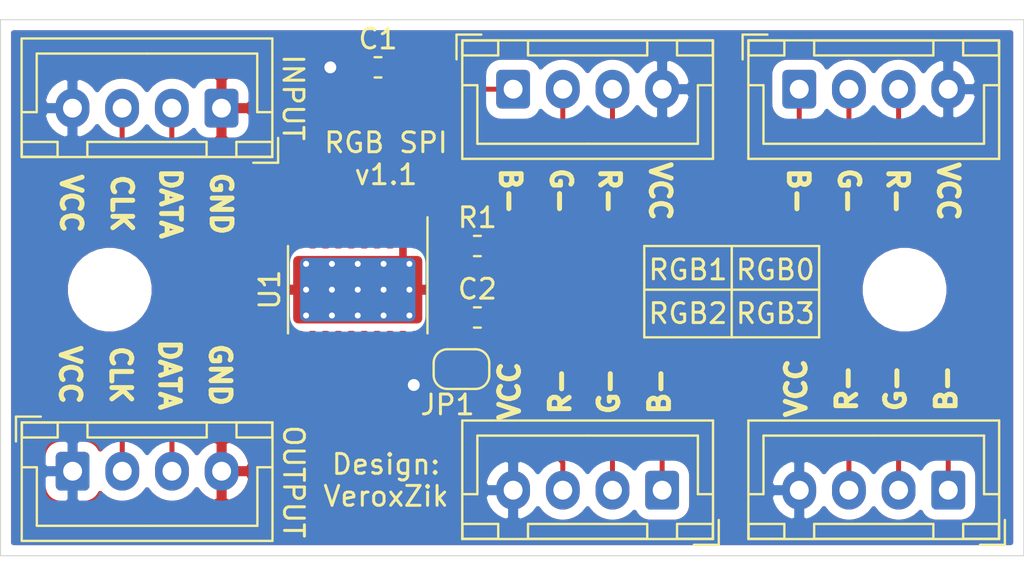
<source format=kicad_pcb>
(kicad_pcb (version 20171130) (host pcbnew "(5.1.5)-3")

  (general
    (thickness 1.6)
    (drawings 45)
    (tracks 118)
    (zones 0)
    (modules 13)
    (nets 21)
  )

  (page A4)
  (layers
    (0 F.Cu signal)
    (31 B.Cu signal)
    (32 B.Adhes user)
    (33 F.Adhes user)
    (34 B.Paste user)
    (35 F.Paste user)
    (36 B.SilkS user)
    (37 F.SilkS user)
    (38 B.Mask user)
    (39 F.Mask user)
    (40 Dwgs.User user)
    (41 Cmts.User user)
    (42 Eco1.User user)
    (43 Eco2.User user)
    (44 Edge.Cuts user)
    (45 Margin user)
    (46 B.CrtYd user)
    (47 F.CrtYd user)
    (48 B.Fab user)
    (49 F.Fab user)
  )

  (setup
    (last_trace_width 0.25)
    (user_trace_width 0.254)
    (user_trace_width 0.381)
    (user_trace_width 0.508)
    (trace_clearance 0.2)
    (zone_clearance 0.508)
    (zone_45_only no)
    (trace_min 0.2)
    (via_size 0.8)
    (via_drill 0.4)
    (via_min_size 0.4)
    (via_min_drill 0.3)
    (user_via 1 0.6)
    (uvia_size 0.3)
    (uvia_drill 0.1)
    (uvias_allowed no)
    (uvia_min_size 0.2)
    (uvia_min_drill 0.1)
    (edge_width 0.05)
    (segment_width 0.2)
    (pcb_text_width 0.3)
    (pcb_text_size 1.5 1.5)
    (mod_edge_width 0.12)
    (mod_text_size 1 1)
    (mod_text_width 0.15)
    (pad_size 1.524 1.524)
    (pad_drill 0.762)
    (pad_to_mask_clearance 0.051)
    (solder_mask_min_width 0.25)
    (aux_axis_origin 0 0)
    (visible_elements 7FFFFFFF)
    (pcbplotparams
      (layerselection 0x010fc_ffffffff)
      (usegerberextensions false)
      (usegerberattributes false)
      (usegerberadvancedattributes false)
      (creategerberjobfile false)
      (excludeedgelayer true)
      (linewidth 0.100000)
      (plotframeref false)
      (viasonmask false)
      (mode 1)
      (useauxorigin false)
      (hpglpennumber 1)
      (hpglpenspeed 20)
      (hpglpendiameter 15.000000)
      (psnegative false)
      (psa4output false)
      (plotreference true)
      (plotvalue true)
      (plotinvisibletext false)
      (padsonsilk false)
      (subtractmaskfromsilk false)
      (outputformat 1)
      (mirror false)
      (drillshape 0)
      (scaleselection 1)
      (outputdirectory "gerbers/"))
  )

  (net 0 "")
  (net 1 GND)
  (net 2 VCC)
  (net 3 /SCL_IN)
  (net 4 /SDA_IN)
  (net 5 /SCL_OUT)
  (net 6 /SDA_OUT)
  (net 7 /B0)
  (net 8 /G0)
  (net 9 /R0)
  (net 10 /B1)
  (net 11 /G1)
  (net 12 /R1)
  (net 13 /B2)
  (net 14 /G2)
  (net 15 /R2)
  (net 16 /B3)
  (net 17 /G3)
  (net 18 /R3)
  (net 19 "Net-(R1-Pad1)")
  (net 20 "Net-(C2-Pad1)")

  (net_class Default "This is the default net class."
    (clearance 0.2)
    (trace_width 0.25)
    (via_dia 0.8)
    (via_drill 0.4)
    (uvia_dia 0.3)
    (uvia_drill 0.1)
    (add_net /B0)
    (add_net /B1)
    (add_net /B2)
    (add_net /B3)
    (add_net /G0)
    (add_net /G1)
    (add_net /G2)
    (add_net /G3)
    (add_net /R0)
    (add_net /R1)
    (add_net /R2)
    (add_net /R3)
    (add_net /SCL_IN)
    (add_net /SCL_OUT)
    (add_net /SDA_IN)
    (add_net /SDA_OUT)
    (add_net GND)
    (add_net "Net-(C2-Pad1)")
    (add_net "Net-(R1-Pad1)")
    (add_net VCC)
  )

  (module Resistor_SMD:R_0603_1608Metric_Pad1.05x0.95mm_HandSolder (layer F.Cu) (tedit 5B301BBD) (tstamp 5E4E115C)
    (at 100 99.4)
    (descr "Resistor SMD 0603 (1608 Metric), square (rectangular) end terminal, IPC_7351 nominal with elongated pad for handsoldering. (Body size source: http://www.tortai-tech.com/upload/download/2011102023233369053.pdf), generated with kicad-footprint-generator")
    (tags "resistor handsolder")
    (path /5E4E521C)
    (attr smd)
    (fp_text reference R1 (at 0 -1.43) (layer F.SilkS)
      (effects (font (size 1 1) (thickness 0.15)))
    )
    (fp_text value 1.65k (at 0 1.43) (layer F.Fab)
      (effects (font (size 1 1) (thickness 0.15)))
    )
    (fp_text user %R (at 0 0) (layer F.Fab)
      (effects (font (size 0.4 0.4) (thickness 0.06)))
    )
    (fp_line (start 1.65 0.73) (end -1.65 0.73) (layer F.CrtYd) (width 0.05))
    (fp_line (start 1.65 -0.73) (end 1.65 0.73) (layer F.CrtYd) (width 0.05))
    (fp_line (start -1.65 -0.73) (end 1.65 -0.73) (layer F.CrtYd) (width 0.05))
    (fp_line (start -1.65 0.73) (end -1.65 -0.73) (layer F.CrtYd) (width 0.05))
    (fp_line (start -0.171267 0.51) (end 0.171267 0.51) (layer F.SilkS) (width 0.12))
    (fp_line (start -0.171267 -0.51) (end 0.171267 -0.51) (layer F.SilkS) (width 0.12))
    (fp_line (start 0.8 0.4) (end -0.8 0.4) (layer F.Fab) (width 0.1))
    (fp_line (start 0.8 -0.4) (end 0.8 0.4) (layer F.Fab) (width 0.1))
    (fp_line (start -0.8 -0.4) (end 0.8 -0.4) (layer F.Fab) (width 0.1))
    (fp_line (start -0.8 0.4) (end -0.8 -0.4) (layer F.Fab) (width 0.1))
    (pad 2 smd roundrect (at 0.875 0) (size 1.05 0.95) (layers F.Cu F.Paste F.Mask) (roundrect_rratio 0.25)
      (net 1 GND))
    (pad 1 smd roundrect (at -0.875 0) (size 1.05 0.95) (layers F.Cu F.Paste F.Mask) (roundrect_rratio 0.25)
      (net 19 "Net-(R1-Pad1)"))
    (model ${KISYS3DMOD}/Resistor_SMD.3dshapes/R_0603_1608Metric.wrl
      (at (xyz 0 0 0))
      (scale (xyz 1 1 1))
      (rotate (xyz 0 0 0))
    )
  )

  (module Capacitor_SMD:C_0603_1608Metric_Pad1.05x0.95mm_HandSolder (layer F.Cu) (tedit 5B301BBE) (tstamp 5E4E1049)
    (at 100 103)
    (descr "Capacitor SMD 0603 (1608 Metric), square (rectangular) end terminal, IPC_7351 nominal with elongated pad for handsoldering. (Body size source: http://www.tortai-tech.com/upload/download/2011102023233369053.pdf), generated with kicad-footprint-generator")
    (tags "capacitor handsolder")
    (path /5E50E970)
    (attr smd)
    (fp_text reference C2 (at 0 -1.43) (layer F.SilkS)
      (effects (font (size 1 1) (thickness 0.15)))
    )
    (fp_text value 1uF (at 0 1.43) (layer F.Fab)
      (effects (font (size 1 1) (thickness 0.15)))
    )
    (fp_text user %R (at 0 0) (layer F.Fab)
      (effects (font (size 0.4 0.4) (thickness 0.06)))
    )
    (fp_line (start 1.65 0.73) (end -1.65 0.73) (layer F.CrtYd) (width 0.05))
    (fp_line (start 1.65 -0.73) (end 1.65 0.73) (layer F.CrtYd) (width 0.05))
    (fp_line (start -1.65 -0.73) (end 1.65 -0.73) (layer F.CrtYd) (width 0.05))
    (fp_line (start -1.65 0.73) (end -1.65 -0.73) (layer F.CrtYd) (width 0.05))
    (fp_line (start -0.171267 0.51) (end 0.171267 0.51) (layer F.SilkS) (width 0.12))
    (fp_line (start -0.171267 -0.51) (end 0.171267 -0.51) (layer F.SilkS) (width 0.12))
    (fp_line (start 0.8 0.4) (end -0.8 0.4) (layer F.Fab) (width 0.1))
    (fp_line (start 0.8 -0.4) (end 0.8 0.4) (layer F.Fab) (width 0.1))
    (fp_line (start -0.8 -0.4) (end 0.8 -0.4) (layer F.Fab) (width 0.1))
    (fp_line (start -0.8 0.4) (end -0.8 -0.4) (layer F.Fab) (width 0.1))
    (pad 2 smd roundrect (at 0.875 0) (size 1.05 0.95) (layers F.Cu F.Paste F.Mask) (roundrect_rratio 0.25)
      (net 1 GND))
    (pad 1 smd roundrect (at -0.875 0) (size 1.05 0.95) (layers F.Cu F.Paste F.Mask) (roundrect_rratio 0.25)
      (net 20 "Net-(C2-Pad1)"))
    (model ${KISYS3DMOD}/Capacitor_SMD.3dshapes/C_0603_1608Metric.wrl
      (at (xyz 0 0 0))
      (scale (xyz 1 1 1))
      (rotate (xyz 0 0 0))
    )
  )

  (module Capacitor_SMD:C_0603_1608Metric_Pad1.05x0.95mm_HandSolder (layer F.Cu) (tedit 5B301BBE) (tstamp 5E4F55AB)
    (at 95 90.4)
    (descr "Capacitor SMD 0603 (1608 Metric), square (rectangular) end terminal, IPC_7351 nominal with elongated pad for handsoldering. (Body size source: http://www.tortai-tech.com/upload/download/2011102023233369053.pdf), generated with kicad-footprint-generator")
    (tags "capacitor handsolder")
    (path /5E52610E)
    (attr smd)
    (fp_text reference C1 (at 0 -1.43) (layer F.SilkS)
      (effects (font (size 1 1) (thickness 0.15)))
    )
    (fp_text value 1uF (at 0 1.43) (layer F.Fab)
      (effects (font (size 1 1) (thickness 0.15)))
    )
    (fp_text user %R (at 0 0) (layer F.Fab)
      (effects (font (size 0.4 0.4) (thickness 0.06)))
    )
    (fp_line (start 1.65 0.73) (end -1.65 0.73) (layer F.CrtYd) (width 0.05))
    (fp_line (start 1.65 -0.73) (end 1.65 0.73) (layer F.CrtYd) (width 0.05))
    (fp_line (start -1.65 -0.73) (end 1.65 -0.73) (layer F.CrtYd) (width 0.05))
    (fp_line (start -1.65 0.73) (end -1.65 -0.73) (layer F.CrtYd) (width 0.05))
    (fp_line (start -0.171267 0.51) (end 0.171267 0.51) (layer F.SilkS) (width 0.12))
    (fp_line (start -0.171267 -0.51) (end 0.171267 -0.51) (layer F.SilkS) (width 0.12))
    (fp_line (start 0.8 0.4) (end -0.8 0.4) (layer F.Fab) (width 0.1))
    (fp_line (start 0.8 -0.4) (end 0.8 0.4) (layer F.Fab) (width 0.1))
    (fp_line (start -0.8 -0.4) (end 0.8 -0.4) (layer F.Fab) (width 0.1))
    (fp_line (start -0.8 0.4) (end -0.8 -0.4) (layer F.Fab) (width 0.1))
    (pad 2 smd roundrect (at 0.875 0) (size 1.05 0.95) (layers F.Cu F.Paste F.Mask) (roundrect_rratio 0.25)
      (net 1 GND))
    (pad 1 smd roundrect (at -0.875 0) (size 1.05 0.95) (layers F.Cu F.Paste F.Mask) (roundrect_rratio 0.25)
      (net 2 VCC))
    (model ${KISYS3DMOD}/Capacitor_SMD.3dshapes/C_0603_1608Metric.wrl
      (at (xyz 0 0 0))
      (scale (xyz 1 1 1))
      (rotate (xyz 0 0 0))
    )
  )

  (module Jumper:SolderJumper-2_P1.3mm_Open_RoundedPad1.0x1.5mm (layer F.Cu) (tedit 5B391E66) (tstamp 5E4F68F5)
    (at 99.2 105.6 180)
    (descr "SMD Solder Jumper, 1x1.5mm, rounded Pads, 0.3mm gap, open")
    (tags "solder jumper open")
    (path /5E4FB58E)
    (attr virtual)
    (fp_text reference JP1 (at 0.7 -1.8) (layer F.SilkS)
      (effects (font (size 1 1) (thickness 0.15)))
    )
    (fp_text value SolderJumper_2_Open (at 0 1.9) (layer F.Fab)
      (effects (font (size 1 1) (thickness 0.15)))
    )
    (fp_line (start 1.65 1.25) (end -1.65 1.25) (layer F.CrtYd) (width 0.05))
    (fp_line (start 1.65 1.25) (end 1.65 -1.25) (layer F.CrtYd) (width 0.05))
    (fp_line (start -1.65 -1.25) (end -1.65 1.25) (layer F.CrtYd) (width 0.05))
    (fp_line (start -1.65 -1.25) (end 1.65 -1.25) (layer F.CrtYd) (width 0.05))
    (fp_line (start -0.7 -1) (end 0.7 -1) (layer F.SilkS) (width 0.12))
    (fp_line (start 1.4 -0.3) (end 1.4 0.3) (layer F.SilkS) (width 0.12))
    (fp_line (start 0.7 1) (end -0.7 1) (layer F.SilkS) (width 0.12))
    (fp_line (start -1.4 0.3) (end -1.4 -0.3) (layer F.SilkS) (width 0.12))
    (fp_arc (start -0.7 -0.3) (end -0.7 -1) (angle -90) (layer F.SilkS) (width 0.12))
    (fp_arc (start -0.7 0.3) (end -1.4 0.3) (angle -90) (layer F.SilkS) (width 0.12))
    (fp_arc (start 0.7 0.3) (end 0.7 1) (angle -90) (layer F.SilkS) (width 0.12))
    (fp_arc (start 0.7 -0.3) (end 1.4 -0.3) (angle -90) (layer F.SilkS) (width 0.12))
    (pad 2 smd custom (at 0.65 0 180) (size 1 0.5) (layers F.Cu F.Mask)
      (net 2 VCC) (zone_connect 2)
      (options (clearance outline) (anchor rect))
      (primitives
        (gr_circle (center 0 0.25) (end 0.5 0.25) (width 0))
        (gr_circle (center 0 -0.25) (end 0.5 -0.25) (width 0))
        (gr_poly (pts
           (xy 0 -0.75) (xy -0.5 -0.75) (xy -0.5 0.75) (xy 0 0.75)) (width 0))
      ))
    (pad 1 smd custom (at -0.65 0 180) (size 1 0.5) (layers F.Cu F.Mask)
      (net 20 "Net-(C2-Pad1)") (zone_connect 2)
      (options (clearance outline) (anchor rect))
      (primitives
        (gr_circle (center 0 0.25) (end 0.5 0.25) (width 0))
        (gr_circle (center 0 -0.25) (end 0.5 -0.25) (width 0))
        (gr_poly (pts
           (xy 0 -0.75) (xy 0.5 -0.75) (xy 0.5 0.75) (xy 0 0.75)) (width 0))
      ))
  )

  (module MountingHole:MountingHole_3.2mm_M3_DIN965 (layer F.Cu) (tedit 56D1B4CB) (tstamp 5E4E1EF3)
    (at 121.5 101.6)
    (descr "Mounting Hole 3.2mm, no annular, M3, DIN965")
    (tags "mounting hole 3.2mm no annular m3 din965")
    (path /5E514DE1)
    (attr virtual)
    (fp_text reference H2 (at 0 -3.8) (layer F.SilkS) hide
      (effects (font (size 1 1) (thickness 0.15)))
    )
    (fp_text value MountingHole (at 0 3.8) (layer F.Fab)
      (effects (font (size 1 1) (thickness 0.15)))
    )
    (fp_circle (center 0 0) (end 3.05 0) (layer F.CrtYd) (width 0.05))
    (fp_circle (center 0 0) (end 2.8 0) (layer Cmts.User) (width 0.15))
    (fp_text user %R (at 0.3 0) (layer F.Fab)
      (effects (font (size 1 1) (thickness 0.15)))
    )
    (pad 1 np_thru_hole circle (at 0 0) (size 3.2 3.2) (drill 3.2) (layers *.Cu *.Mask))
  )

  (module MountingHole:MountingHole_3.2mm_M3_DIN965 (layer F.Cu) (tedit 56D1B4CB) (tstamp 5E4E372F)
    (at 81.5 101.6)
    (descr "Mounting Hole 3.2mm, no annular, M3, DIN965")
    (tags "mounting hole 3.2mm no annular m3 din965")
    (path /5E514600)
    (attr virtual)
    (fp_text reference H1 (at 0 -3.8) (layer F.SilkS) hide
      (effects (font (size 1 1) (thickness 0.15)))
    )
    (fp_text value MountingHole (at 0 3.8) (layer F.Fab)
      (effects (font (size 1 1) (thickness 0.15)))
    )
    (fp_circle (center 0 0) (end 3.05 0) (layer F.CrtYd) (width 0.05))
    (fp_circle (center 0 0) (end 2.8 0) (layer Cmts.User) (width 0.15))
    (fp_text user %R (at 0.3 0) (layer F.Fab)
      (effects (font (size 1 1) (thickness 0.15)))
    )
    (pad 1 np_thru_hole circle (at 0 0) (size 3.2 3.2) (drill 3.2) (layers *.Cu *.Mask))
  )

  (module Package_SO:HTSSOP-20-1EP_4.4x6.5mm_P0.65mm_EP3.4x6.5mm_Mask2.75x3.43mm_ThermalVias_HandSolder (layer F.Cu) (tedit 5BAE91C3) (tstamp 5E4E1199)
    (at 93.98 101.6 270)
    (descr "HTSSOP, 20 Pin (http://www.ti.com/lit/ds/symlink/tlc5971.pdf#page=37&zoom=160,-90,3), generated with kicad-footprint-generator ipc_gullwing_generator.py")
    (tags "HTSSOP SO")
    (path /5E4E1227)
    (attr smd)
    (fp_text reference U1 (at 0 4.43 90) (layer F.SilkS)
      (effects (font (size 1 1) (thickness 0.15)))
    )
    (fp_text value TLC59711 (at 0 4.2 90) (layer F.Fab)
      (effects (font (size 1 1) (thickness 0.15)))
    )
    (fp_text user %R (at 0 0 90) (layer F.Fab)
      (effects (font (size 1 1) (thickness 0.15)))
    )
    (fp_line (start 3.9 -3.5) (end -3.9 -3.5) (layer F.CrtYd) (width 0.05))
    (fp_line (start 3.9 3.5) (end 3.9 -3.5) (layer F.CrtYd) (width 0.05))
    (fp_line (start -3.9 3.5) (end 3.9 3.5) (layer F.CrtYd) (width 0.05))
    (fp_line (start -3.9 -3.5) (end -3.9 3.5) (layer F.CrtYd) (width 0.05))
    (fp_line (start -2.2 -2.25) (end -1.2 -3.25) (layer F.Fab) (width 0.1))
    (fp_line (start -2.2 3.25) (end -2.2 -2.25) (layer F.Fab) (width 0.1))
    (fp_line (start 2.2 3.25) (end -2.2 3.25) (layer F.Fab) (width 0.1))
    (fp_line (start 2.2 -3.25) (end 2.2 3.25) (layer F.Fab) (width 0.1))
    (fp_line (start -1.2 -3.25) (end 2.2 -3.25) (layer F.Fab) (width 0.1))
    (fp_line (start 0 -3.51) (end -3.65 -3.51) (layer F.SilkS) (width 0.12))
    (fp_line (start 0 -3.51) (end 2.2 -3.51) (layer F.SilkS) (width 0.12))
    (fp_line (start 0 3.51) (end -2.2 3.51) (layer F.SilkS) (width 0.12))
    (fp_line (start 0 3.51) (end 2.2 3.51) (layer F.SilkS) (width 0.12))
    (fp_line (start 0 3.51) (end 0 3.51) (layer B.Fab) (width 0.12))
    (pad 20 smd roundrect (at 2.8625 -2.925 270) (size 1.575 0.4) (layers F.Cu F.Paste F.Mask) (roundrect_rratio 0.25)
      (net 20 "Net-(C2-Pad1)"))
    (pad 19 smd roundrect (at 2.8625 -2.275 270) (size 1.575 0.4) (layers F.Cu F.Paste F.Mask) (roundrect_rratio 0.25)
      (net 2 VCC))
    (pad 18 smd roundrect (at 2.8625 -1.625 270) (size 1.575 0.4) (layers F.Cu F.Paste F.Mask) (roundrect_rratio 0.25)
      (net 16 /B3))
    (pad 17 smd roundrect (at 2.8625 -0.975 270) (size 1.575 0.4) (layers F.Cu F.Paste F.Mask) (roundrect_rratio 0.25)
      (net 17 /G3))
    (pad 16 smd roundrect (at 2.8625 -0.325 270) (size 1.575 0.4) (layers F.Cu F.Paste F.Mask) (roundrect_rratio 0.25)
      (net 18 /R3))
    (pad 15 smd roundrect (at 2.8625 0.325 270) (size 1.575 0.4) (layers F.Cu F.Paste F.Mask) (roundrect_rratio 0.25)
      (net 13 /B2))
    (pad 14 smd roundrect (at 2.8625 0.975 270) (size 1.575 0.4) (layers F.Cu F.Paste F.Mask) (roundrect_rratio 0.25)
      (net 14 /G2))
    (pad 13 smd roundrect (at 2.8625 1.625 270) (size 1.575 0.4) (layers F.Cu F.Paste F.Mask) (roundrect_rratio 0.25)
      (net 15 /R2))
    (pad 12 smd roundrect (at 2.8625 2.275 270) (size 1.575 0.4) (layers F.Cu F.Paste F.Mask) (roundrect_rratio 0.25)
      (net 6 /SDA_OUT))
    (pad 11 smd roundrect (at 2.8625 2.925 270) (size 1.575 0.4) (layers F.Cu F.Paste F.Mask) (roundrect_rratio 0.25)
      (net 5 /SCL_OUT))
    (pad 10 smd roundrect (at -2.8625 2.925 270) (size 1.575 0.4) (layers F.Cu F.Paste F.Mask) (roundrect_rratio 0.25)
      (net 3 /SCL_IN))
    (pad 9 smd roundrect (at -2.8625 2.275 270) (size 1.575 0.4) (layers F.Cu F.Paste F.Mask) (roundrect_rratio 0.25)
      (net 4 /SDA_IN))
    (pad 8 smd roundrect (at -2.8625 1.625 270) (size 1.575 0.4) (layers F.Cu F.Paste F.Mask) (roundrect_rratio 0.25)
      (net 10 /B1))
    (pad 7 smd roundrect (at -2.8625 0.975 270) (size 1.575 0.4) (layers F.Cu F.Paste F.Mask) (roundrect_rratio 0.25)
      (net 11 /G1))
    (pad 6 smd roundrect (at -2.8625 0.325 270) (size 1.575 0.4) (layers F.Cu F.Paste F.Mask) (roundrect_rratio 0.25)
      (net 12 /R1))
    (pad 5 smd roundrect (at -2.8625 -0.325 270) (size 1.575 0.4) (layers F.Cu F.Paste F.Mask) (roundrect_rratio 0.25)
      (net 7 /B0))
    (pad 4 smd roundrect (at -2.8625 -0.975 270) (size 1.575 0.4) (layers F.Cu F.Paste F.Mask) (roundrect_rratio 0.25)
      (net 8 /G0))
    (pad 3 smd roundrect (at -2.8625 -1.625 270) (size 1.575 0.4) (layers F.Cu F.Paste F.Mask) (roundrect_rratio 0.25)
      (net 9 /R0))
    (pad 2 smd roundrect (at -2.8625 -2.275 270) (size 1.575 0.4) (layers F.Cu F.Paste F.Mask) (roundrect_rratio 0.25)
      (net 1 GND))
    (pad 1 smd roundrect (at -2.8625 -2.925 270) (size 1.575 0.4) (layers F.Cu F.Paste F.Mask) (roundrect_rratio 0.25)
      (net 19 "Net-(R1-Pad1)"))
    (pad "" smd roundrect (at 0.69 0.86 270) (size 1.11 1.38) (layers F.Paste) (roundrect_rratio 0.225225))
    (pad "" smd roundrect (at 0.69 -0.86 270) (size 1.11 1.38) (layers F.Paste) (roundrect_rratio 0.225225))
    (pad "" smd roundrect (at -0.69 0.86 270) (size 1.11 1.38) (layers F.Paste) (roundrect_rratio 0.225225))
    (pad "" smd roundrect (at -0.69 -0.86 270) (size 1.11 1.38) (layers F.Paste) (roundrect_rratio 0.225225))
    (pad 21 smd roundrect (at 0 0 270) (size 3.2 5.8) (layers B.Cu) (roundrect_rratio 0.078125)
      (net 1 GND))
    (pad 21 thru_hole circle (at 1.3 2.6 270) (size 0.6 0.6) (drill 0.3) (layers *.Cu)
      (net 1 GND))
    (pad 21 thru_hole circle (at 0 2.6 270) (size 0.6 0.6) (drill 0.3) (layers *.Cu)
      (net 1 GND))
    (pad 21 thru_hole circle (at -1.3 2.6 270) (size 0.6 0.6) (drill 0.3) (layers *.Cu)
      (net 1 GND))
    (pad 21 thru_hole circle (at 1.3 1.3 270) (size 0.6 0.6) (drill 0.3) (layers *.Cu)
      (net 1 GND))
    (pad 21 thru_hole circle (at 0 1.3 270) (size 0.6 0.6) (drill 0.3) (layers *.Cu)
      (net 1 GND))
    (pad 21 thru_hole circle (at -1.3 1.3 270) (size 0.6 0.6) (drill 0.3) (layers *.Cu)
      (net 1 GND))
    (pad 21 thru_hole circle (at 1.3 0 270) (size 0.6 0.6) (drill 0.3) (layers *.Cu)
      (net 1 GND))
    (pad 21 thru_hole circle (at 0 0 270) (size 0.6 0.6) (drill 0.3) (layers *.Cu)
      (net 1 GND))
    (pad 21 thru_hole circle (at -1.3 0 270) (size 0.6 0.6) (drill 0.3) (layers *.Cu)
      (net 1 GND))
    (pad 21 thru_hole circle (at 1.3 -1.3 270) (size 0.6 0.6) (drill 0.3) (layers *.Cu)
      (net 1 GND))
    (pad 21 thru_hole circle (at 0 -1.3 270) (size 0.6 0.6) (drill 0.3) (layers *.Cu)
      (net 1 GND))
    (pad 21 thru_hole circle (at -1.3 -1.3 270) (size 0.6 0.6) (drill 0.3) (layers *.Cu)
      (net 1 GND))
    (pad 21 thru_hole circle (at 1.3 -2.6 270) (size 0.6 0.6) (drill 0.3) (layers *.Cu)
      (net 1 GND))
    (pad 21 thru_hole circle (at 0 -2.6 270) (size 0.6 0.6) (drill 0.3) (layers *.Cu)
      (net 1 GND))
    (pad 21 thru_hole circle (at -1.3 -2.6 270) (size 0.6 0.6) (drill 0.3) (layers *.Cu)
      (net 1 GND))
    (pad 21 smd roundrect (at 0 0 270) (size 3.4 6.5) (layers F.Cu) (roundrect_rratio 0.073529)
      (net 1 GND))
    (pad "" smd roundrect (at 0 0 270) (size 2.75 3.43) (layers *.Mask) (roundrect_rratio 0.091))
    (model ${KISYS3DMOD}/Package_SO.3dshapes/HTSSOP-20-1EP_4.4x6.5mm_P0.65mm_EP3.4x6.5mm_Mask2.75x3.43mm.wrl
      (at (xyz 0 0 0))
      (scale (xyz 1 1 1))
      (rotate (xyz 0 0 0))
    )
  )

  (module Connector_JST:JST_XH_B4B-XH-A_1x04_P2.50mm_Vertical (layer F.Cu) (tedit 5C28146C) (tstamp 5E769E32)
    (at 123.7 111.7 180)
    (descr "JST XH series connector, B4B-XH-A (http://www.jst-mfg.com/product/pdf/eng/eXH.pdf), generated with kicad-footprint-generator")
    (tags "connector JST XH vertical")
    (path /5E4FD4C2)
    (fp_text reference J6 (at 9.822 -3.544) (layer F.SilkS) hide
      (effects (font (size 1 1) (thickness 0.15)))
    )
    (fp_text value Conn_01x04 (at 3.75 4.6) (layer F.Fab)
      (effects (font (size 1 1) (thickness 0.15)))
    )
    (fp_text user %R (at 3.75 2.7) (layer F.Fab)
      (effects (font (size 1 1) (thickness 0.15)))
    )
    (fp_line (start -2.85 -2.75) (end -2.85 -1.5) (layer F.SilkS) (width 0.12))
    (fp_line (start -1.6 -2.75) (end -2.85 -2.75) (layer F.SilkS) (width 0.12))
    (fp_line (start 9.3 2.75) (end 3.75 2.75) (layer F.SilkS) (width 0.12))
    (fp_line (start 9.3 -0.2) (end 9.3 2.75) (layer F.SilkS) (width 0.12))
    (fp_line (start 10.05 -0.2) (end 9.3 -0.2) (layer F.SilkS) (width 0.12))
    (fp_line (start -1.8 2.75) (end 3.75 2.75) (layer F.SilkS) (width 0.12))
    (fp_line (start -1.8 -0.2) (end -1.8 2.75) (layer F.SilkS) (width 0.12))
    (fp_line (start -2.55 -0.2) (end -1.8 -0.2) (layer F.SilkS) (width 0.12))
    (fp_line (start 10.05 -2.45) (end 8.25 -2.45) (layer F.SilkS) (width 0.12))
    (fp_line (start 10.05 -1.7) (end 10.05 -2.45) (layer F.SilkS) (width 0.12))
    (fp_line (start 8.25 -1.7) (end 10.05 -1.7) (layer F.SilkS) (width 0.12))
    (fp_line (start 8.25 -2.45) (end 8.25 -1.7) (layer F.SilkS) (width 0.12))
    (fp_line (start -0.75 -2.45) (end -2.55 -2.45) (layer F.SilkS) (width 0.12))
    (fp_line (start -0.75 -1.7) (end -0.75 -2.45) (layer F.SilkS) (width 0.12))
    (fp_line (start -2.55 -1.7) (end -0.75 -1.7) (layer F.SilkS) (width 0.12))
    (fp_line (start -2.55 -2.45) (end -2.55 -1.7) (layer F.SilkS) (width 0.12))
    (fp_line (start 6.75 -2.45) (end 0.75 -2.45) (layer F.SilkS) (width 0.12))
    (fp_line (start 6.75 -1.7) (end 6.75 -2.45) (layer F.SilkS) (width 0.12))
    (fp_line (start 0.75 -1.7) (end 6.75 -1.7) (layer F.SilkS) (width 0.12))
    (fp_line (start 0.75 -2.45) (end 0.75 -1.7) (layer F.SilkS) (width 0.12))
    (fp_line (start 0 -1.35) (end 0.625 -2.35) (layer F.Fab) (width 0.1))
    (fp_line (start -0.625 -2.35) (end 0 -1.35) (layer F.Fab) (width 0.1))
    (fp_line (start 10.45 -2.85) (end -2.95 -2.85) (layer F.CrtYd) (width 0.05))
    (fp_line (start 10.45 3.9) (end 10.45 -2.85) (layer F.CrtYd) (width 0.05))
    (fp_line (start -2.95 3.9) (end 10.45 3.9) (layer F.CrtYd) (width 0.05))
    (fp_line (start -2.95 -2.85) (end -2.95 3.9) (layer F.CrtYd) (width 0.05))
    (fp_line (start 10.06 -2.46) (end -2.56 -2.46) (layer F.SilkS) (width 0.12))
    (fp_line (start 10.06 3.51) (end 10.06 -2.46) (layer F.SilkS) (width 0.12))
    (fp_line (start -2.56 3.51) (end 10.06 3.51) (layer F.SilkS) (width 0.12))
    (fp_line (start -2.56 -2.46) (end -2.56 3.51) (layer F.SilkS) (width 0.12))
    (fp_line (start 9.95 -2.35) (end -2.45 -2.35) (layer F.Fab) (width 0.1))
    (fp_line (start 9.95 3.4) (end 9.95 -2.35) (layer F.Fab) (width 0.1))
    (fp_line (start -2.45 3.4) (end 9.95 3.4) (layer F.Fab) (width 0.1))
    (fp_line (start -2.45 -2.35) (end -2.45 3.4) (layer F.Fab) (width 0.1))
    (pad 4 thru_hole oval (at 7.5 0 180) (size 1.7 1.95) (drill 0.95) (layers *.Cu *.Mask)
      (net 2 VCC))
    (pad 3 thru_hole oval (at 5 0 180) (size 1.7 1.95) (drill 0.95) (layers *.Cu *.Mask)
      (net 18 /R3))
    (pad 2 thru_hole oval (at 2.5 0 180) (size 1.7 1.95) (drill 0.95) (layers *.Cu *.Mask)
      (net 17 /G3))
    (pad 1 thru_hole roundrect (at 0 0 180) (size 1.7 1.95) (drill 0.95) (layers *.Cu *.Mask) (roundrect_rratio 0.147059)
      (net 16 /B3))
    (model ${KISYS3DMOD}/Connector_JST.3dshapes/JST_XH_B4B-XH-A_1x04_P2.50mm_Vertical.wrl
      (at (xyz 0 0 0))
      (scale (xyz 1 1 1))
      (rotate (xyz 0 0 0))
    )
  )

  (module Connector_JST:JST_XH_B4B-XH-A_1x04_P2.50mm_Vertical (layer F.Cu) (tedit 5C28146C) (tstamp 5E7694C3)
    (at 109.3 111.7 180)
    (descr "JST XH series connector, B4B-XH-A (http://www.jst-mfg.com/product/pdf/eng/eXH.pdf), generated with kicad-footprint-generator")
    (tags "connector JST XH vertical")
    (path /5E4FD4AD)
    (fp_text reference J5 (at 9.8 -3.544) (layer F.SilkS) hide
      (effects (font (size 1 1) (thickness 0.15)))
    )
    (fp_text value Conn_01x04 (at 3.75 4.6) (layer F.Fab)
      (effects (font (size 1 1) (thickness 0.15)))
    )
    (fp_text user %R (at 3.75 2.7) (layer F.Fab)
      (effects (font (size 1 1) (thickness 0.15)))
    )
    (fp_line (start -2.85 -2.75) (end -2.85 -1.5) (layer F.SilkS) (width 0.12))
    (fp_line (start -1.6 -2.75) (end -2.85 -2.75) (layer F.SilkS) (width 0.12))
    (fp_line (start 9.3 2.75) (end 3.75 2.75) (layer F.SilkS) (width 0.12))
    (fp_line (start 9.3 -0.2) (end 9.3 2.75) (layer F.SilkS) (width 0.12))
    (fp_line (start 10.05 -0.2) (end 9.3 -0.2) (layer F.SilkS) (width 0.12))
    (fp_line (start -1.8 2.75) (end 3.75 2.75) (layer F.SilkS) (width 0.12))
    (fp_line (start -1.8 -0.2) (end -1.8 2.75) (layer F.SilkS) (width 0.12))
    (fp_line (start -2.55 -0.2) (end -1.8 -0.2) (layer F.SilkS) (width 0.12))
    (fp_line (start 10.05 -2.45) (end 8.25 -2.45) (layer F.SilkS) (width 0.12))
    (fp_line (start 10.05 -1.7) (end 10.05 -2.45) (layer F.SilkS) (width 0.12))
    (fp_line (start 8.25 -1.7) (end 10.05 -1.7) (layer F.SilkS) (width 0.12))
    (fp_line (start 8.25 -2.45) (end 8.25 -1.7) (layer F.SilkS) (width 0.12))
    (fp_line (start -0.75 -2.45) (end -2.55 -2.45) (layer F.SilkS) (width 0.12))
    (fp_line (start -0.75 -1.7) (end -0.75 -2.45) (layer F.SilkS) (width 0.12))
    (fp_line (start -2.55 -1.7) (end -0.75 -1.7) (layer F.SilkS) (width 0.12))
    (fp_line (start -2.55 -2.45) (end -2.55 -1.7) (layer F.SilkS) (width 0.12))
    (fp_line (start 6.75 -2.45) (end 0.75 -2.45) (layer F.SilkS) (width 0.12))
    (fp_line (start 6.75 -1.7) (end 6.75 -2.45) (layer F.SilkS) (width 0.12))
    (fp_line (start 0.75 -1.7) (end 6.75 -1.7) (layer F.SilkS) (width 0.12))
    (fp_line (start 0.75 -2.45) (end 0.75 -1.7) (layer F.SilkS) (width 0.12))
    (fp_line (start 0 -1.35) (end 0.625 -2.35) (layer F.Fab) (width 0.1))
    (fp_line (start -0.625 -2.35) (end 0 -1.35) (layer F.Fab) (width 0.1))
    (fp_line (start 10.45 -2.85) (end -2.95 -2.85) (layer F.CrtYd) (width 0.05))
    (fp_line (start 10.45 3.9) (end 10.45 -2.85) (layer F.CrtYd) (width 0.05))
    (fp_line (start -2.95 3.9) (end 10.45 3.9) (layer F.CrtYd) (width 0.05))
    (fp_line (start -2.95 -2.85) (end -2.95 3.9) (layer F.CrtYd) (width 0.05))
    (fp_line (start 10.06 -2.46) (end -2.56 -2.46) (layer F.SilkS) (width 0.12))
    (fp_line (start 10.06 3.51) (end 10.06 -2.46) (layer F.SilkS) (width 0.12))
    (fp_line (start -2.56 3.51) (end 10.06 3.51) (layer F.SilkS) (width 0.12))
    (fp_line (start -2.56 -2.46) (end -2.56 3.51) (layer F.SilkS) (width 0.12))
    (fp_line (start 9.95 -2.35) (end -2.45 -2.35) (layer F.Fab) (width 0.1))
    (fp_line (start 9.95 3.4) (end 9.95 -2.35) (layer F.Fab) (width 0.1))
    (fp_line (start -2.45 3.4) (end 9.95 3.4) (layer F.Fab) (width 0.1))
    (fp_line (start -2.45 -2.35) (end -2.45 3.4) (layer F.Fab) (width 0.1))
    (pad 4 thru_hole oval (at 7.5 0 180) (size 1.7 1.95) (drill 0.95) (layers *.Cu *.Mask)
      (net 2 VCC))
    (pad 3 thru_hole oval (at 5 0 180) (size 1.7 1.95) (drill 0.95) (layers *.Cu *.Mask)
      (net 15 /R2))
    (pad 2 thru_hole oval (at 2.5 0 180) (size 1.7 1.95) (drill 0.95) (layers *.Cu *.Mask)
      (net 14 /G2))
    (pad 1 thru_hole roundrect (at 0 0 180) (size 1.7 1.95) (drill 0.95) (layers *.Cu *.Mask) (roundrect_rratio 0.147059)
      (net 13 /B2))
    (model ${KISYS3DMOD}/Connector_JST.3dshapes/JST_XH_B4B-XH-A_1x04_P2.50mm_Vertical.wrl
      (at (xyz 0 0 0))
      (scale (xyz 1 1 1))
      (rotate (xyz 0 0 0))
    )
  )

  (module Connector_JST:JST_XH_B4B-XH-A_1x04_P2.50mm_Vertical (layer F.Cu) (tedit 5C28146C) (tstamp 5E7693F0)
    (at 101.8 91.5)
    (descr "JST XH series connector, B4B-XH-A (http://www.jst-mfg.com/product/pdf/eng/eXH.pdf), generated with kicad-footprint-generator")
    (tags "connector JST XH vertical")
    (path /5E4FAD9D)
    (fp_text reference J4 (at -2.28 -3.744) (layer F.SilkS) hide
      (effects (font (size 1 1) (thickness 0.15)))
    )
    (fp_text value Conn_01x04 (at 3.75 4.6) (layer F.Fab)
      (effects (font (size 1 1) (thickness 0.15)))
    )
    (fp_text user %R (at 3.75 2.7) (layer F.Fab)
      (effects (font (size 1 1) (thickness 0.15)))
    )
    (fp_line (start -2.85 -2.75) (end -2.85 -1.5) (layer F.SilkS) (width 0.12))
    (fp_line (start -1.6 -2.75) (end -2.85 -2.75) (layer F.SilkS) (width 0.12))
    (fp_line (start 9.3 2.75) (end 3.75 2.75) (layer F.SilkS) (width 0.12))
    (fp_line (start 9.3 -0.2) (end 9.3 2.75) (layer F.SilkS) (width 0.12))
    (fp_line (start 10.05 -0.2) (end 9.3 -0.2) (layer F.SilkS) (width 0.12))
    (fp_line (start -1.8 2.75) (end 3.75 2.75) (layer F.SilkS) (width 0.12))
    (fp_line (start -1.8 -0.2) (end -1.8 2.75) (layer F.SilkS) (width 0.12))
    (fp_line (start -2.55 -0.2) (end -1.8 -0.2) (layer F.SilkS) (width 0.12))
    (fp_line (start 10.05 -2.45) (end 8.25 -2.45) (layer F.SilkS) (width 0.12))
    (fp_line (start 10.05 -1.7) (end 10.05 -2.45) (layer F.SilkS) (width 0.12))
    (fp_line (start 8.25 -1.7) (end 10.05 -1.7) (layer F.SilkS) (width 0.12))
    (fp_line (start 8.25 -2.45) (end 8.25 -1.7) (layer F.SilkS) (width 0.12))
    (fp_line (start -0.75 -2.45) (end -2.55 -2.45) (layer F.SilkS) (width 0.12))
    (fp_line (start -0.75 -1.7) (end -0.75 -2.45) (layer F.SilkS) (width 0.12))
    (fp_line (start -2.55 -1.7) (end -0.75 -1.7) (layer F.SilkS) (width 0.12))
    (fp_line (start -2.55 -2.45) (end -2.55 -1.7) (layer F.SilkS) (width 0.12))
    (fp_line (start 6.75 -2.45) (end 0.75 -2.45) (layer F.SilkS) (width 0.12))
    (fp_line (start 6.75 -1.7) (end 6.75 -2.45) (layer F.SilkS) (width 0.12))
    (fp_line (start 0.75 -1.7) (end 6.75 -1.7) (layer F.SilkS) (width 0.12))
    (fp_line (start 0.75 -2.45) (end 0.75 -1.7) (layer F.SilkS) (width 0.12))
    (fp_line (start 0 -1.35) (end 0.625 -2.35) (layer F.Fab) (width 0.1))
    (fp_line (start -0.625 -2.35) (end 0 -1.35) (layer F.Fab) (width 0.1))
    (fp_line (start 10.45 -2.85) (end -2.95 -2.85) (layer F.CrtYd) (width 0.05))
    (fp_line (start 10.45 3.9) (end 10.45 -2.85) (layer F.CrtYd) (width 0.05))
    (fp_line (start -2.95 3.9) (end 10.45 3.9) (layer F.CrtYd) (width 0.05))
    (fp_line (start -2.95 -2.85) (end -2.95 3.9) (layer F.CrtYd) (width 0.05))
    (fp_line (start 10.06 -2.46) (end -2.56 -2.46) (layer F.SilkS) (width 0.12))
    (fp_line (start 10.06 3.51) (end 10.06 -2.46) (layer F.SilkS) (width 0.12))
    (fp_line (start -2.56 3.51) (end 10.06 3.51) (layer F.SilkS) (width 0.12))
    (fp_line (start -2.56 -2.46) (end -2.56 3.51) (layer F.SilkS) (width 0.12))
    (fp_line (start 9.95 -2.35) (end -2.45 -2.35) (layer F.Fab) (width 0.1))
    (fp_line (start 9.95 3.4) (end 9.95 -2.35) (layer F.Fab) (width 0.1))
    (fp_line (start -2.45 3.4) (end 9.95 3.4) (layer F.Fab) (width 0.1))
    (fp_line (start -2.45 -2.35) (end -2.45 3.4) (layer F.Fab) (width 0.1))
    (pad 4 thru_hole oval (at 7.5 0) (size 1.7 1.95) (drill 0.95) (layers *.Cu *.Mask)
      (net 2 VCC))
    (pad 3 thru_hole oval (at 5 0) (size 1.7 1.95) (drill 0.95) (layers *.Cu *.Mask)
      (net 12 /R1))
    (pad 2 thru_hole oval (at 2.5 0) (size 1.7 1.95) (drill 0.95) (layers *.Cu *.Mask)
      (net 11 /G1))
    (pad 1 thru_hole roundrect (at 0 0) (size 1.7 1.95) (drill 0.95) (layers *.Cu *.Mask) (roundrect_rratio 0.147059)
      (net 10 /B1))
    (model ${KISYS3DMOD}/Connector_JST.3dshapes/JST_XH_B4B-XH-A_1x04_P2.50mm_Vertical.wrl
      (at (xyz 0 0 0))
      (scale (xyz 1 1 1))
      (rotate (xyz 0 0 0))
    )
  )

  (module Connector_JST:JST_XH_B4B-XH-A_1x04_P2.50mm_Vertical (layer F.Cu) (tedit 5C28146C) (tstamp 5E4E10CA)
    (at 116.2 91.5)
    (descr "JST XH series connector, B4B-XH-A (http://www.jst-mfg.com/product/pdf/eng/eXH.pdf), generated with kicad-footprint-generator")
    (tags "connector JST XH vertical")
    (path /5E4EC7D4)
    (fp_text reference J3 (at -2.202 -3.744) (layer F.SilkS) hide
      (effects (font (size 1 1) (thickness 0.15)))
    )
    (fp_text value Conn_01x04 (at 3.75 4.6) (layer F.Fab)
      (effects (font (size 1 1) (thickness 0.15)))
    )
    (fp_text user %R (at 3.75 2.7) (layer F.Fab)
      (effects (font (size 1 1) (thickness 0.15)))
    )
    (fp_line (start -2.85 -2.75) (end -2.85 -1.5) (layer F.SilkS) (width 0.12))
    (fp_line (start -1.6 -2.75) (end -2.85 -2.75) (layer F.SilkS) (width 0.12))
    (fp_line (start 9.3 2.75) (end 3.75 2.75) (layer F.SilkS) (width 0.12))
    (fp_line (start 9.3 -0.2) (end 9.3 2.75) (layer F.SilkS) (width 0.12))
    (fp_line (start 10.05 -0.2) (end 9.3 -0.2) (layer F.SilkS) (width 0.12))
    (fp_line (start -1.8 2.75) (end 3.75 2.75) (layer F.SilkS) (width 0.12))
    (fp_line (start -1.8 -0.2) (end -1.8 2.75) (layer F.SilkS) (width 0.12))
    (fp_line (start -2.55 -0.2) (end -1.8 -0.2) (layer F.SilkS) (width 0.12))
    (fp_line (start 10.05 -2.45) (end 8.25 -2.45) (layer F.SilkS) (width 0.12))
    (fp_line (start 10.05 -1.7) (end 10.05 -2.45) (layer F.SilkS) (width 0.12))
    (fp_line (start 8.25 -1.7) (end 10.05 -1.7) (layer F.SilkS) (width 0.12))
    (fp_line (start 8.25 -2.45) (end 8.25 -1.7) (layer F.SilkS) (width 0.12))
    (fp_line (start -0.75 -2.45) (end -2.55 -2.45) (layer F.SilkS) (width 0.12))
    (fp_line (start -0.75 -1.7) (end -0.75 -2.45) (layer F.SilkS) (width 0.12))
    (fp_line (start -2.55 -1.7) (end -0.75 -1.7) (layer F.SilkS) (width 0.12))
    (fp_line (start -2.55 -2.45) (end -2.55 -1.7) (layer F.SilkS) (width 0.12))
    (fp_line (start 6.75 -2.45) (end 0.75 -2.45) (layer F.SilkS) (width 0.12))
    (fp_line (start 6.75 -1.7) (end 6.75 -2.45) (layer F.SilkS) (width 0.12))
    (fp_line (start 0.75 -1.7) (end 6.75 -1.7) (layer F.SilkS) (width 0.12))
    (fp_line (start 0.75 -2.45) (end 0.75 -1.7) (layer F.SilkS) (width 0.12))
    (fp_line (start 0 -1.35) (end 0.625 -2.35) (layer F.Fab) (width 0.1))
    (fp_line (start -0.625 -2.35) (end 0 -1.35) (layer F.Fab) (width 0.1))
    (fp_line (start 10.45 -2.85) (end -2.95 -2.85) (layer F.CrtYd) (width 0.05))
    (fp_line (start 10.45 3.9) (end 10.45 -2.85) (layer F.CrtYd) (width 0.05))
    (fp_line (start -2.95 3.9) (end 10.45 3.9) (layer F.CrtYd) (width 0.05))
    (fp_line (start -2.95 -2.85) (end -2.95 3.9) (layer F.CrtYd) (width 0.05))
    (fp_line (start 10.06 -2.46) (end -2.56 -2.46) (layer F.SilkS) (width 0.12))
    (fp_line (start 10.06 3.51) (end 10.06 -2.46) (layer F.SilkS) (width 0.12))
    (fp_line (start -2.56 3.51) (end 10.06 3.51) (layer F.SilkS) (width 0.12))
    (fp_line (start -2.56 -2.46) (end -2.56 3.51) (layer F.SilkS) (width 0.12))
    (fp_line (start 9.95 -2.35) (end -2.45 -2.35) (layer F.Fab) (width 0.1))
    (fp_line (start 9.95 3.4) (end 9.95 -2.35) (layer F.Fab) (width 0.1))
    (fp_line (start -2.45 3.4) (end 9.95 3.4) (layer F.Fab) (width 0.1))
    (fp_line (start -2.45 -2.35) (end -2.45 3.4) (layer F.Fab) (width 0.1))
    (pad 4 thru_hole oval (at 7.5 0) (size 1.7 1.95) (drill 0.95) (layers *.Cu *.Mask)
      (net 2 VCC))
    (pad 3 thru_hole oval (at 5 0) (size 1.7 1.95) (drill 0.95) (layers *.Cu *.Mask)
      (net 9 /R0))
    (pad 2 thru_hole oval (at 2.5 0) (size 1.7 1.95) (drill 0.95) (layers *.Cu *.Mask)
      (net 8 /G0))
    (pad 1 thru_hole roundrect (at 0 0) (size 1.7 1.95) (drill 0.95) (layers *.Cu *.Mask) (roundrect_rratio 0.147059)
      (net 7 /B0))
    (model ${KISYS3DMOD}/Connector_JST.3dshapes/JST_XH_B4B-XH-A_1x04_P2.50mm_Vertical.wrl
      (at (xyz 0 0 0))
      (scale (xyz 1 1 1))
      (rotate (xyz 0 0 0))
    )
  )

  (module Connector_JST:JST_XH_B4B-XH-A_1x04_P2.50mm_Vertical (layer F.Cu) (tedit 5C28146C) (tstamp 5E4E3124)
    (at 79.629 110.744)
    (descr "JST XH series connector, B4B-XH-A (http://www.jst-mfg.com/product/pdf/eng/eXH.pdf), generated with kicad-footprint-generator")
    (tags "connector JST XH vertical")
    (path /5E4EF32D)
    (fp_text reference J2 (at -3.878 -2.24) (layer F.SilkS) hide
      (effects (font (size 1 1) (thickness 0.15)))
    )
    (fp_text value Conn_01x04 (at 3.75 4.6) (layer F.Fab)
      (effects (font (size 1 1) (thickness 0.15)))
    )
    (fp_text user %R (at 3.75 2.7) (layer F.Fab)
      (effects (font (size 1 1) (thickness 0.15)))
    )
    (fp_line (start -2.85 -2.75) (end -2.85 -1.5) (layer F.SilkS) (width 0.12))
    (fp_line (start -1.6 -2.75) (end -2.85 -2.75) (layer F.SilkS) (width 0.12))
    (fp_line (start 9.3 2.75) (end 3.75 2.75) (layer F.SilkS) (width 0.12))
    (fp_line (start 9.3 -0.2) (end 9.3 2.75) (layer F.SilkS) (width 0.12))
    (fp_line (start 10.05 -0.2) (end 9.3 -0.2) (layer F.SilkS) (width 0.12))
    (fp_line (start -1.8 2.75) (end 3.75 2.75) (layer F.SilkS) (width 0.12))
    (fp_line (start -1.8 -0.2) (end -1.8 2.75) (layer F.SilkS) (width 0.12))
    (fp_line (start -2.55 -0.2) (end -1.8 -0.2) (layer F.SilkS) (width 0.12))
    (fp_line (start 10.05 -2.45) (end 8.25 -2.45) (layer F.SilkS) (width 0.12))
    (fp_line (start 10.05 -1.7) (end 10.05 -2.45) (layer F.SilkS) (width 0.12))
    (fp_line (start 8.25 -1.7) (end 10.05 -1.7) (layer F.SilkS) (width 0.12))
    (fp_line (start 8.25 -2.45) (end 8.25 -1.7) (layer F.SilkS) (width 0.12))
    (fp_line (start -0.75 -2.45) (end -2.55 -2.45) (layer F.SilkS) (width 0.12))
    (fp_line (start -0.75 -1.7) (end -0.75 -2.45) (layer F.SilkS) (width 0.12))
    (fp_line (start -2.55 -1.7) (end -0.75 -1.7) (layer F.SilkS) (width 0.12))
    (fp_line (start -2.55 -2.45) (end -2.55 -1.7) (layer F.SilkS) (width 0.12))
    (fp_line (start 6.75 -2.45) (end 0.75 -2.45) (layer F.SilkS) (width 0.12))
    (fp_line (start 6.75 -1.7) (end 6.75 -2.45) (layer F.SilkS) (width 0.12))
    (fp_line (start 0.75 -1.7) (end 6.75 -1.7) (layer F.SilkS) (width 0.12))
    (fp_line (start 0.75 -2.45) (end 0.75 -1.7) (layer F.SilkS) (width 0.12))
    (fp_line (start 0 -1.35) (end 0.625 -2.35) (layer F.Fab) (width 0.1))
    (fp_line (start -0.625 -2.35) (end 0 -1.35) (layer F.Fab) (width 0.1))
    (fp_line (start 10.45 -2.85) (end -2.95 -2.85) (layer F.CrtYd) (width 0.05))
    (fp_line (start 10.45 3.9) (end 10.45 -2.85) (layer F.CrtYd) (width 0.05))
    (fp_line (start -2.95 3.9) (end 10.45 3.9) (layer F.CrtYd) (width 0.05))
    (fp_line (start -2.95 -2.85) (end -2.95 3.9) (layer F.CrtYd) (width 0.05))
    (fp_line (start 10.06 -2.46) (end -2.56 -2.46) (layer F.SilkS) (width 0.12))
    (fp_line (start 10.06 3.51) (end 10.06 -2.46) (layer F.SilkS) (width 0.12))
    (fp_line (start -2.56 3.51) (end 10.06 3.51) (layer F.SilkS) (width 0.12))
    (fp_line (start -2.56 -2.46) (end -2.56 3.51) (layer F.SilkS) (width 0.12))
    (fp_line (start 9.95 -2.35) (end -2.45 -2.35) (layer F.Fab) (width 0.1))
    (fp_line (start 9.95 3.4) (end 9.95 -2.35) (layer F.Fab) (width 0.1))
    (fp_line (start -2.45 3.4) (end 9.95 3.4) (layer F.Fab) (width 0.1))
    (fp_line (start -2.45 -2.35) (end -2.45 3.4) (layer F.Fab) (width 0.1))
    (pad 4 thru_hole oval (at 7.5 0) (size 1.7 1.95) (drill 0.95) (layers *.Cu *.Mask)
      (net 1 GND))
    (pad 3 thru_hole oval (at 5 0) (size 1.7 1.95) (drill 0.95) (layers *.Cu *.Mask)
      (net 6 /SDA_OUT))
    (pad 2 thru_hole oval (at 2.5 0) (size 1.7 1.95) (drill 0.95) (layers *.Cu *.Mask)
      (net 5 /SCL_OUT))
    (pad 1 thru_hole roundrect (at 0 0) (size 1.7 1.95) (drill 0.95) (layers *.Cu *.Mask) (roundrect_rratio 0.147059)
      (net 2 VCC))
    (model ${KISYS3DMOD}/Connector_JST.3dshapes/JST_XH_B4B-XH-A_1x04_P2.50mm_Vertical.wrl
      (at (xyz 0 0 0))
      (scale (xyz 1 1 1))
      (rotate (xyz 0 0 0))
    )
  )

  (module Connector_JST:JST_XH_B4B-XH-A_1x04_P2.50mm_Vertical (layer F.Cu) (tedit 5C28146C) (tstamp 5E4E49D6)
    (at 87.122 92.456 180)
    (descr "JST XH series connector, B4B-XH-A (http://www.jst-mfg.com/product/pdf/eng/eXH.pdf), generated with kicad-footprint-generator")
    (tags "connector JST XH vertical")
    (path /5E4E6950)
    (fp_text reference J1 (at -3.878 3.156) (layer F.SilkS) hide
      (effects (font (size 1 1) (thickness 0.15)))
    )
    (fp_text value Conn_01x04 (at 3.75 4.6) (layer F.Fab)
      (effects (font (size 1 1) (thickness 0.15)))
    )
    (fp_text user %R (at 3.75 2.7) (layer F.Fab)
      (effects (font (size 1 1) (thickness 0.15)))
    )
    (fp_line (start -2.85 -2.75) (end -2.85 -1.5) (layer F.SilkS) (width 0.12))
    (fp_line (start -1.6 -2.75) (end -2.85 -2.75) (layer F.SilkS) (width 0.12))
    (fp_line (start 9.3 2.75) (end 3.75 2.75) (layer F.SilkS) (width 0.12))
    (fp_line (start 9.3 -0.2) (end 9.3 2.75) (layer F.SilkS) (width 0.12))
    (fp_line (start 10.05 -0.2) (end 9.3 -0.2) (layer F.SilkS) (width 0.12))
    (fp_line (start -1.8 2.75) (end 3.75 2.75) (layer F.SilkS) (width 0.12))
    (fp_line (start -1.8 -0.2) (end -1.8 2.75) (layer F.SilkS) (width 0.12))
    (fp_line (start -2.55 -0.2) (end -1.8 -0.2) (layer F.SilkS) (width 0.12))
    (fp_line (start 10.05 -2.45) (end 8.25 -2.45) (layer F.SilkS) (width 0.12))
    (fp_line (start 10.05 -1.7) (end 10.05 -2.45) (layer F.SilkS) (width 0.12))
    (fp_line (start 8.25 -1.7) (end 10.05 -1.7) (layer F.SilkS) (width 0.12))
    (fp_line (start 8.25 -2.45) (end 8.25 -1.7) (layer F.SilkS) (width 0.12))
    (fp_line (start -0.75 -2.45) (end -2.55 -2.45) (layer F.SilkS) (width 0.12))
    (fp_line (start -0.75 -1.7) (end -0.75 -2.45) (layer F.SilkS) (width 0.12))
    (fp_line (start -2.55 -1.7) (end -0.75 -1.7) (layer F.SilkS) (width 0.12))
    (fp_line (start -2.55 -2.45) (end -2.55 -1.7) (layer F.SilkS) (width 0.12))
    (fp_line (start 6.75 -2.45) (end 0.75 -2.45) (layer F.SilkS) (width 0.12))
    (fp_line (start 6.75 -1.7) (end 6.75 -2.45) (layer F.SilkS) (width 0.12))
    (fp_line (start 0.75 -1.7) (end 6.75 -1.7) (layer F.SilkS) (width 0.12))
    (fp_line (start 0.75 -2.45) (end 0.75 -1.7) (layer F.SilkS) (width 0.12))
    (fp_line (start 0 -1.35) (end 0.625 -2.35) (layer F.Fab) (width 0.1))
    (fp_line (start -0.625 -2.35) (end 0 -1.35) (layer F.Fab) (width 0.1))
    (fp_line (start 10.45 -2.85) (end -2.95 -2.85) (layer F.CrtYd) (width 0.05))
    (fp_line (start 10.45 3.9) (end 10.45 -2.85) (layer F.CrtYd) (width 0.05))
    (fp_line (start -2.95 3.9) (end 10.45 3.9) (layer F.CrtYd) (width 0.05))
    (fp_line (start -2.95 -2.85) (end -2.95 3.9) (layer F.CrtYd) (width 0.05))
    (fp_line (start 10.06 -2.46) (end -2.56 -2.46) (layer F.SilkS) (width 0.12))
    (fp_line (start 10.06 3.51) (end 10.06 -2.46) (layer F.SilkS) (width 0.12))
    (fp_line (start -2.56 3.51) (end 10.06 3.51) (layer F.SilkS) (width 0.12))
    (fp_line (start -2.56 -2.46) (end -2.56 3.51) (layer F.SilkS) (width 0.12))
    (fp_line (start 9.95 -2.35) (end -2.45 -2.35) (layer F.Fab) (width 0.1))
    (fp_line (start 9.95 3.4) (end 9.95 -2.35) (layer F.Fab) (width 0.1))
    (fp_line (start -2.45 3.4) (end 9.95 3.4) (layer F.Fab) (width 0.1))
    (fp_line (start -2.45 -2.35) (end -2.45 3.4) (layer F.Fab) (width 0.1))
    (pad 4 thru_hole oval (at 7.5 0 180) (size 1.7 1.95) (drill 0.95) (layers *.Cu *.Mask)
      (net 2 VCC))
    (pad 3 thru_hole oval (at 5 0 180) (size 1.7 1.95) (drill 0.95) (layers *.Cu *.Mask)
      (net 3 /SCL_IN))
    (pad 2 thru_hole oval (at 2.5 0 180) (size 1.7 1.95) (drill 0.95) (layers *.Cu *.Mask)
      (net 4 /SDA_IN))
    (pad 1 thru_hole roundrect (at 0 0 180) (size 1.7 1.95) (drill 0.95) (layers *.Cu *.Mask) (roundrect_rratio 0.147059)
      (net 1 GND))
    (model ${KISYS3DMOD}/Connector_JST.3dshapes/JST_XH_B4B-XH-A_1x04_P2.50mm_Vertical.wrl
      (at (xyz 0 0 0))
      (scale (xyz 1 1 1))
      (rotate (xyz 0 0 0))
    )
  )

  (gr_text "RGB SPI\nv1.1" (at 95.4 95) (layer F.SilkS)
    (effects (font (size 1 1) (thickness 0.15)))
  )
  (gr_text "Design:\nVeroxZik" (at 95.4 111.2) (layer F.SilkS)
    (effects (font (size 1 1) (thickness 0.15)))
  )
  (gr_line (start 112.8 101.8) (end 112.8 104) (layer F.SilkS) (width 0.12))
  (gr_line (start 112.8 101.6) (end 117.2 101.6) (layer F.SilkS) (width 0.12))
  (gr_line (start 112.8 99.4) (end 112.8 101.8) (layer F.SilkS) (width 0.12) (tstamp 5E4F674F))
  (gr_line (start 112.8 101.8) (end 112.8 99.4) (layer F.SilkS) (width 0.12))
  (gr_line (start 108.4 101.6) (end 112.8 101.6) (layer F.SilkS) (width 0.12))
  (gr_line (start 108.4 104) (end 108.4 99.4) (layer F.SilkS) (width 0.12) (tstamp 5E4F674E))
  (gr_line (start 117.2 104) (end 108.4 104) (layer F.SilkS) (width 0.12))
  (gr_line (start 117.2 99.4) (end 117.2 104) (layer F.SilkS) (width 0.12))
  (gr_line (start 108.4 99.4) (end 117.2 99.4) (layer F.SilkS) (width 0.12))
  (gr_text RGB2 (at 110.6 102.8) (layer F.SilkS)
    (effects (font (size 1 1) (thickness 0.15)))
  )
  (gr_text RGB1 (at 110.6 100.6) (layer F.SilkS)
    (effects (font (size 1 1) (thickness 0.15)))
  )
  (gr_text RGB3 (at 115 102.8) (layer F.SilkS)
    (effects (font (size 1 1) (thickness 0.15)))
  )
  (gr_text RGB0 (at 115 100.6) (layer F.SilkS)
    (effects (font (size 1 1) (thickness 0.15)))
  )
  (gr_text OUTPUT (at 90.75 111.275 270) (layer F.SilkS)
    (effects (font (size 1 1) (thickness 0.15)))
  )
  (gr_text INPUT (at 90.725 91.925 270) (layer F.SilkS) (tstamp 5E4E4B00)
    (effects (font (size 1 1) (thickness 0.15)))
  )
  (gr_text DATA (at 84.504 105.888 270) (layer F.SilkS) (tstamp 5E4E4049)
    (effects (font (size 1 1) (thickness 0.25)))
  )
  (gr_text VCC (at 79.504 105.888 270) (layer F.SilkS) (tstamp 5E4E4048)
    (effects (font (size 1 1) (thickness 0.25)))
  )
  (gr_text CLK (at 82.054 105.888 270) (layer F.SilkS) (tstamp 5E4E4047)
    (effects (font (size 1 1) (thickness 0.25)))
  )
  (gr_text GND (at 87.052 105.894 270) (layer F.SilkS) (tstamp 5E4E4046)
    (effects (font (size 1 1) (thickness 0.25)))
  )
  (gr_text VCC (at 79.554 97.263 270) (layer F.SilkS) (tstamp 5E4E3F83)
    (effects (font (size 1 1) (thickness 0.25)))
  )
  (gr_text CLK (at 82.104 97.263 270) (layer F.SilkS) (tstamp 5E4E3F82)
    (effects (font (size 1 1) (thickness 0.25)))
  )
  (gr_text DATA (at 84.554 97.263 270) (layer F.SilkS) (tstamp 5E4E3F81)
    (effects (font (size 1 1) (thickness 0.25)))
  )
  (gr_text GND (at 87.102 97.269 270) (layer F.SilkS) (tstamp 5E4E3F80)
    (effects (font (size 1 1) (thickness 0.25)))
  )
  (gr_text B- (at 109.171 106.712 90) (layer F.SilkS) (tstamp 5E4E3D5B)
    (effects (font (size 1 1) (thickness 0.25)))
  )
  (gr_text G- (at 106.621 106.712 90) (layer F.SilkS) (tstamp 5E4E3D5A)
    (effects (font (size 1 1) (thickness 0.25)))
  )
  (gr_text R- (at 104.171 106.712 90) (layer F.SilkS) (tstamp 5E4E3D59)
    (effects (font (size 1 1) (thickness 0.25)))
  )
  (gr_text VCC (at 101.623 106.706 90) (layer F.SilkS) (tstamp 5E4E3D58)
    (effects (font (size 1 1) (thickness 0.25)))
  )
  (gr_text B- (at 123.596 106.562 90) (layer F.SilkS) (tstamp 5E4E3D5B)
    (effects (font (size 1 1) (thickness 0.25)))
  )
  (gr_text G- (at 121.046 106.562 90) (layer F.SilkS) (tstamp 5E4E3D5A)
    (effects (font (size 1 1) (thickness 0.25)))
  )
  (gr_text R- (at 118.596 106.562 90) (layer F.SilkS) (tstamp 5E4E3D59)
    (effects (font (size 1 1) (thickness 0.25)))
  )
  (gr_text VCC (at 116.048 106.556 90) (layer F.SilkS) (tstamp 5E4E3D58)
    (effects (font (size 1 1) (thickness 0.25)))
  )
  (gr_text B- (at 101.654 96.638 270) (layer F.SilkS) (tstamp 5E4E3D5B)
    (effects (font (size 1 1) (thickness 0.25)))
  )
  (gr_text G- (at 104.204 96.638 270) (layer F.SilkS) (tstamp 5E4E3D5A)
    (effects (font (size 1 1) (thickness 0.25)))
  )
  (gr_text R- (at 106.654 96.638 270) (layer F.SilkS) (tstamp 5E4E3D59)
    (effects (font (size 1 1) (thickness 0.25)))
  )
  (gr_text VCC (at 109.202 96.644 270) (layer F.SilkS) (tstamp 5E4E3D58)
    (effects (font (size 1 1) (thickness 0.25)))
  )
  (gr_text B- (at 116.152 96.644 270) (layer F.SilkS) (tstamp 5E4E3D48)
    (effects (font (size 1 1) (thickness 0.25)))
  )
  (gr_text G- (at 118.702 96.644 270) (layer F.SilkS) (tstamp 5E4E3D48)
    (effects (font (size 1 1) (thickness 0.25)))
  )
  (gr_text R- (at 121.152 96.644 270) (layer F.SilkS) (tstamp 5E4E3D48)
    (effects (font (size 1 1) (thickness 0.25)))
  )
  (gr_text VCC (at 123.7 96.65 270) (layer F.SilkS)
    (effects (font (size 1 1) (thickness 0.25)))
  )
  (gr_line (start 76 115) (end 76 88) (layer Edge.Cuts) (width 0.05) (tstamp 5E4E3798))
  (gr_line (start 127.5 115) (end 76 115) (layer Edge.Cuts) (width 0.05))
  (gr_line (start 127.5 88) (end 127.5 115) (layer Edge.Cuts) (width 0.05))
  (gr_line (start 76 88) (end 127.5 88) (layer Edge.Cuts) (width 0.05))

  (segment (start 93.98 101.6) (end 88.35 101.6) (width 0.508) (layer F.Cu) (net 1))
  (segment (start 93.98 101.6) (end 98.1 101.6) (width 0.508) (layer F.Cu) (net 1))
  (segment (start 96.255 98.7375) (end 96.255 97.85) (width 0.381) (layer F.Cu) (net 1))
  (segment (start 96.255 97.85) (end 96.255 97.345) (width 0.508) (layer F.Cu) (net 1))
  (segment (start 96.255 97.345) (end 96.6 97) (width 0.508) (layer F.Cu) (net 1))
  (segment (start 96.255 99.975) (end 96.58 100.3) (width 0.381) (layer F.Cu) (net 1))
  (segment (start 96.255 98.7375) (end 96.255 99.975) (width 0.381) (layer F.Cu) (net 1))
  (via (at 92.6 90.4) (size 1) (drill 0.6) (layers F.Cu B.Cu) (net 2))
  (segment (start 93.975 90.4) (end 92.6 90.4) (width 0.381) (layer F.Cu) (net 2))
  (via (at 96.8 106.4) (size 1) (drill 0.6) (layers F.Cu B.Cu) (net 2))
  (segment (start 98.55 105.6) (end 97.95 106.2) (width 0.381) (layer F.Cu) (net 2))
  (segment (start 97.75 106.4) (end 97.95 106.2) (width 0.381) (layer F.Cu) (net 2))
  (segment (start 96.8 106.4) (end 97.75 106.4) (width 0.381) (layer F.Cu) (net 2))
  (segment (start 96.255 105.35) (end 96.255 104.4625) (width 0.381) (layer F.Cu) (net 2))
  (segment (start 96.8 106.4) (end 96.255 105.855) (width 0.381) (layer F.Cu) (net 2))
  (segment (start 96.255 105.855) (end 96.255 105.35) (width 0.381) (layer F.Cu) (net 2))
  (segment (start 91.055 97.278) (end 91.055 98.7375) (width 0.254) (layer F.Cu) (net 3))
  (segment (start 90.424 96.647) (end 91.055 97.278) (width 0.254) (layer F.Cu) (net 3))
  (segment (start 83.185 96.647) (end 90.424 96.647) (width 0.254) (layer F.Cu) (net 3))
  (segment (start 82.122 95.584) (end 83.185 96.647) (width 0.254) (layer F.Cu) (net 3))
  (segment (start 82.122 92.456) (end 82.122 95.584) (width 0.254) (layer F.Cu) (net 3))
  (segment (start 91.705 98.7375) (end 91.705 96.912) (width 0.254) (layer F.Cu) (net 4))
  (segment (start 91.705 96.912) (end 90.932 96.139) (width 0.254) (layer F.Cu) (net 4))
  (segment (start 90.932 96.139) (end 85.09 96.139) (width 0.254) (layer F.Cu) (net 4))
  (segment (start 85.09 96.139) (end 84.622 95.671) (width 0.254) (layer F.Cu) (net 4))
  (segment (start 84.622 95.671) (end 84.622 92.456) (width 0.254) (layer F.Cu) (net 4))
  (segment (start 82.122 110.531) (end 82.169 110.484) (width 0.254) (layer F.Cu) (net 5))
  (segment (start 82.129 106.974) (end 82.129 110.744) (width 0.254) (layer F.Cu) (net 5))
  (segment (start 82.49601 106.60699) (end 82.129 106.974) (width 0.254) (layer F.Cu) (net 5))
  (segment (start 90.49701 106.60699) (end 82.49601 106.60699) (width 0.254) (layer F.Cu) (net 5))
  (segment (start 91.055 104.4625) (end 91.055 106.049) (width 0.254) (layer F.Cu) (net 5))
  (segment (start 91.055 106.049) (end 90.49701 106.60699) (width 0.254) (layer F.Cu) (net 5))
  (segment (start 91.705 104.4625) (end 91.705 106.288) (width 0.254) (layer F.Cu) (net 6))
  (segment (start 91.705 106.288) (end 90.932 107.061) (width 0.254) (layer F.Cu) (net 6))
  (segment (start 90.932 107.061) (end 85.471 107.061) (width 0.254) (layer F.Cu) (net 6))
  (segment (start 85.471 107.061) (end 84.622 107.91) (width 0.254) (layer F.Cu) (net 6))
  (segment (start 84.629 107.917) (end 84.629 110.744) (width 0.254) (layer F.Cu) (net 6))
  (segment (start 84.622 107.91) (end 84.629 107.917) (width 0.254) (layer F.Cu) (net 6))
  (segment (start 94.305 98.7375) (end 94.305 95.895) (width 0.25) (layer F.Cu) (net 7))
  (segment (start 94.89398 94.90602) (end 115.69398 94.90602) (width 0.254) (layer F.Cu) (net 7))
  (segment (start 94.305 95.495) (end 94.89398 94.90602) (width 0.254) (layer F.Cu) (net 7))
  (segment (start 94.305 95.895) (end 94.305 95.495) (width 0.254) (layer F.Cu) (net 7))
  (segment (start 115.69398 94.90602) (end 115.79398 94.90602) (width 0.25) (layer F.Cu) (net 7))
  (segment (start 116.2 94.5) (end 116.2 91.5) (width 0.25) (layer F.Cu) (net 7))
  (segment (start 115.79398 94.90602) (end 116.2 94.5) (width 0.25) (layer F.Cu) (net 7))
  (segment (start 94.955 96.245) (end 94.955 98.7375) (width 0.25) (layer F.Cu) (net 8))
  (segment (start 95.63997 95.36003) (end 117.83997 95.36003) (width 0.254) (layer F.Cu) (net 8))
  (segment (start 94.955 96.045) (end 95.63997 95.36003) (width 0.254) (layer F.Cu) (net 8))
  (segment (start 94.955 96.245) (end 94.955 96.045) (width 0.254) (layer F.Cu) (net 8))
  (segment (start 117.83997 95.36003) (end 118.23997 95.36003) (width 0.25) (layer F.Cu) (net 8))
  (segment (start 118.7 94.9) (end 118.7 91.5) (width 0.25) (layer F.Cu) (net 8))
  (segment (start 118.23997 95.36003) (end 118.7 94.9) (width 0.25) (layer F.Cu) (net 8))
  (segment (start 95.605 98.7375) (end 95.605 96.795) (width 0.25) (layer F.Cu) (net 9))
  (segment (start 96.38596 95.81404) (end 120.78596 95.81404) (width 0.254) (layer F.Cu) (net 9))
  (segment (start 95.605 96.595) (end 96.38596 95.81404) (width 0.254) (layer F.Cu) (net 9))
  (segment (start 95.605 96.795) (end 95.605 96.595) (width 0.254) (layer F.Cu) (net 9))
  (segment (start 121.2 95.4) (end 121.2 91.5) (width 0.25) (layer F.Cu) (net 9))
  (segment (start 120.78596 95.81404) (end 121.2 95.4) (width 0.25) (layer F.Cu) (net 9))
  (segment (start 92.355 93.645) (end 93.544 92.456) (width 0.25) (layer F.Cu) (net 10))
  (segment (start 92.355 98.7375) (end 92.355 93.645) (width 0.25) (layer F.Cu) (net 10))
  (segment (start 93.544 92.456) (end 99.044 92.456) (width 0.25) (layer F.Cu) (net 10))
  (segment (start 99.044 92.456) (end 100 91.5) (width 0.25) (layer F.Cu) (net 10))
  (segment (start 100 91.5) (end 101.8 91.5) (width 0.25) (layer F.Cu) (net 10))
  (segment (start 104 94) (end 104.3 93.7) (width 0.25) (layer F.Cu) (net 11))
  (segment (start 93.8 94) (end 104 94) (width 0.25) (layer F.Cu) (net 11))
  (segment (start 104.3 93.7) (end 104.3 91.5) (width 0.25) (layer F.Cu) (net 11))
  (segment (start 93.005 98.7375) (end 93.005 94.795) (width 0.25) (layer F.Cu) (net 11))
  (segment (start 93.005 94.795) (end 93.8 94) (width 0.25) (layer F.Cu) (net 11))
  (segment (start 93.655 98.7375) (end 93.655 95.345) (width 0.25) (layer F.Cu) (net 12))
  (segment (start 94.14799 94.45201) (end 106.38799 94.45201) (width 0.254) (layer F.Cu) (net 12))
  (segment (start 93.655 94.945) (end 94.14799 94.45201) (width 0.254) (layer F.Cu) (net 12))
  (segment (start 93.655 95.345) (end 93.655 94.945) (width 0.254) (layer F.Cu) (net 12))
  (segment (start 106.38799 94.45201) (end 106.44799 94.45201) (width 0.25) (layer F.Cu) (net 12))
  (segment (start 106.8 94.1) (end 106.8 91.5) (width 0.25) (layer F.Cu) (net 12))
  (segment (start 106.44799 94.45201) (end 106.8 94.1) (width 0.25) (layer F.Cu) (net 12))
  (segment (start 93.94599 108.74599) (end 108.33099 108.74599) (width 0.254) (layer F.Cu) (net 13))
  (segment (start 93.655 108.455) (end 93.94599 108.74599) (width 0.254) (layer F.Cu) (net 13))
  (segment (start 93.655 104.4625) (end 93.655 108.455) (width 0.254) (layer F.Cu) (net 13))
  (segment (start 109.3 110.725) (end 109.3 111.7) (width 0.25) (layer F.Cu) (net 13))
  (segment (start 109.3 109.69198) (end 109.3 110.725) (width 0.25) (layer F.Cu) (net 13))
  (segment (start 108.35401 108.74599) (end 109.3 109.69198) (width 0.25) (layer F.Cu) (net 13))
  (segment (start 108.33099 108.74599) (end 108.35401 108.74599) (width 0.25) (layer F.Cu) (net 13))
  (segment (start 93.005 104.4625) (end 93.005 108.805) (width 0.254) (layer F.Cu) (net 14))
  (segment (start 93.005 108.805) (end 93.4 109.2) (width 0.254) (layer F.Cu) (net 14))
  (segment (start 106 109.2) (end 106.1 109.2) (width 0.25) (layer F.Cu) (net 14))
  (segment (start 93.4 109.2) (end 106 109.2) (width 0.254) (layer F.Cu) (net 14))
  (segment (start 106.1 109.2) (end 106.8 109.9) (width 0.25) (layer F.Cu) (net 14))
  (segment (start 106.8 109.9) (end 106.8 111.7) (width 0.25) (layer F.Cu) (net 14))
  (segment (start 92.355 104.4625) (end 92.355 109.055) (width 0.25) (layer F.Cu) (net 15))
  (segment (start 92.355 109.055) (end 93.1 109.8) (width 0.25) (layer F.Cu) (net 15))
  (segment (start 93.1 109.8) (end 103.8 109.8) (width 0.25) (layer F.Cu) (net 15))
  (segment (start 104.3 110.3) (end 104.3 111.7) (width 0.25) (layer F.Cu) (net 15))
  (segment (start 103.8 109.8) (end 104.3 110.3) (width 0.25) (layer F.Cu) (net 15))
  (segment (start 95.97099 107.37099) (end 122.97099 107.37099) (width 0.254) (layer F.Cu) (net 16))
  (segment (start 95.605 107.005) (end 95.97099 107.37099) (width 0.254) (layer F.Cu) (net 16))
  (segment (start 95.605 104.4625) (end 95.605 107.005) (width 0.254) (layer F.Cu) (net 16))
  (segment (start 122.97099 107.37099) (end 123.07099 107.37099) (width 0.25) (layer F.Cu) (net 16))
  (segment (start 123.7 108) (end 123.7 111.7) (width 0.25) (layer F.Cu) (net 16))
  (segment (start 123.07099 107.37099) (end 123.7 108) (width 0.25) (layer F.Cu) (net 16))
  (segment (start 95.425 107.825) (end 120.575 107.825) (width 0.254) (layer F.Cu) (net 17))
  (segment (start 94.955 107.355) (end 95.425 107.825) (width 0.254) (layer F.Cu) (net 17))
  (segment (start 94.955 104.4625) (end 94.955 107.355) (width 0.254) (layer F.Cu) (net 17))
  (segment (start 120.575 107.825) (end 120.625 107.825) (width 0.25) (layer F.Cu) (net 17))
  (segment (start 121.2 108.4) (end 121.2 111.7) (width 0.25) (layer F.Cu) (net 17))
  (segment (start 120.625 107.825) (end 121.2 108.4) (width 0.25) (layer F.Cu) (net 17))
  (segment (start 94.305 107.905) (end 94.69198 108.29198) (width 0.254) (layer F.Cu) (net 18))
  (segment (start 94.69198 108.29198) (end 118.09198 108.29198) (width 0.254) (layer F.Cu) (net 18))
  (segment (start 94.305 104.4625) (end 94.305 107.905) (width 0.254) (layer F.Cu) (net 18))
  (segment (start 118.09198 108.29198) (end 118.39198 108.29198) (width 0.25) (layer F.Cu) (net 18))
  (segment (start 118.7 108.6) (end 118.7 111.7) (width 0.25) (layer F.Cu) (net 18))
  (segment (start 118.39198 108.29198) (end 118.7 108.6) (width 0.25) (layer F.Cu) (net 18))
  (segment (start 97.5385 98.7375) (end 96.905 98.7375) (width 0.254) (layer F.Cu) (net 19))
  (segment (start 98.201 99.4) (end 97.5385 98.7375) (width 0.254) (layer F.Cu) (net 19))
  (segment (start 98.975 99.4) (end 98.201 99.4) (width 0.254) (layer F.Cu) (net 19))
  (segment (start 97.5125 104.4625) (end 98.975 103) (width 0.381) (layer F.Cu) (net 20))
  (segment (start 96.905 104.4625) (end 97.5125 104.4625) (width 0.381) (layer F.Cu) (net 20))
  (segment (start 99.85 103.875) (end 98.975 103) (width 0.381) (layer F.Cu) (net 20))
  (segment (start 99.85 105.6) (end 99.85 103.875) (width 0.381) (layer F.Cu) (net 20))

  (zone (net 1) (net_name GND) (layer F.Cu) (tstamp 5E4F6E37) (hatch edge 0.508)
    (connect_pads (clearance 0.508))
    (min_thickness 0.254)
    (fill yes (arc_segments 32) (thermal_gap 0.508) (thermal_bridge_width 0.508))
    (polygon
      (pts
        (xy 76 88) (xy 127.5 88) (xy 127.5 115) (xy 76 115)
      )
    )
    (filled_polygon
      (pts
        (xy 126.840001 114.34) (xy 76.66 114.34) (xy 76.66 101.379872) (xy 79.265 101.379872) (xy 79.265 101.820128)
        (xy 79.35089 102.251925) (xy 79.519369 102.658669) (xy 79.763962 103.024729) (xy 80.075271 103.336038) (xy 80.441331 103.580631)
        (xy 80.848075 103.74911) (xy 81.279872 103.835) (xy 81.720128 103.835) (xy 82.151925 103.74911) (xy 82.558669 103.580631)
        (xy 82.924729 103.336038) (xy 83.236038 103.024729) (xy 83.480631 102.658669) (xy 83.64911 102.251925) (xy 83.735 101.820128)
        (xy 83.735 101.379872) (xy 83.64911 100.948075) (xy 83.480631 100.541331) (xy 83.236038 100.175271) (xy 82.924729 99.863962)
        (xy 82.558669 99.619369) (xy 82.151925 99.45089) (xy 81.720128 99.365) (xy 81.279872 99.365) (xy 80.848075 99.45089)
        (xy 80.441331 99.619369) (xy 80.075271 99.863962) (xy 79.763962 100.175271) (xy 79.519369 100.541331) (xy 79.35089 100.948075)
        (xy 79.265 101.379872) (xy 76.66 101.379872) (xy 76.66 92.25805) (xy 78.137 92.25805) (xy 78.137 92.653949)
        (xy 78.158487 92.87211) (xy 78.243401 93.152033) (xy 78.381294 93.410013) (xy 78.566866 93.636134) (xy 78.792986 93.821706)
        (xy 79.050966 93.959599) (xy 79.330889 94.044513) (xy 79.622 94.073185) (xy 79.91311 94.044513) (xy 80.193033 93.959599)
        (xy 80.451013 93.821706) (xy 80.677134 93.636134) (xy 80.862706 93.410014) (xy 80.872 93.392626) (xy 80.881294 93.410013)
        (xy 81.066866 93.636134) (xy 81.292986 93.821706) (xy 81.36 93.857526) (xy 81.360001 95.546567) (xy 81.356314 95.584)
        (xy 81.371027 95.733378) (xy 81.414599 95.877015) (xy 81.485355 96.009392) (xy 81.556445 96.096015) (xy 81.580579 96.125422)
        (xy 81.609649 96.149279) (xy 82.61972 97.159351) (xy 82.643578 97.188422) (xy 82.759608 97.283645) (xy 82.891985 97.354402)
        (xy 83.035622 97.397974) (xy 83.147574 97.409) (xy 83.147576 97.409) (xy 83.184999 97.412686) (xy 83.222422 97.409)
        (xy 90.10837 97.409) (xy 90.293 97.593631) (xy 90.293 97.73034) (xy 90.27311 97.767552) (xy 90.23111 97.906009)
        (xy 90.216928 98.05) (xy 90.216928 99.425) (xy 90.225654 99.513592) (xy 90.199463 99.545506) (xy 90.140498 99.65582)
        (xy 90.104188 99.775518) (xy 90.091928 99.9) (xy 90.095 101.31425) (xy 90.25375 101.473) (xy 90.451835 101.473)
        (xy 90.445172 101.506176) (xy 90.444829 101.690355) (xy 90.452048 101.727) (xy 90.25375 101.727) (xy 90.095 101.88575)
        (xy 90.091928 103.3) (xy 90.104188 103.424482) (xy 90.140498 103.54418) (xy 90.199463 103.654494) (xy 90.225654 103.686408)
        (xy 90.216928 103.775) (xy 90.216928 105.15) (xy 90.23111 105.293991) (xy 90.27311 105.432448) (xy 90.293001 105.46966)
        (xy 90.293001 105.733369) (xy 90.18138 105.84499) (xy 82.533433 105.84499) (xy 82.49601 105.841304) (xy 82.458587 105.84499)
        (xy 82.458584 105.84499) (xy 82.346632 105.856016) (xy 82.202995 105.899588) (xy 82.070618 105.970345) (xy 81.954588 106.065568)
        (xy 81.930722 106.094649) (xy 81.616655 106.408716) (xy 81.587578 106.432578) (xy 81.553263 106.474392) (xy 81.492355 106.548608)
        (xy 81.460081 106.60899) (xy 81.421598 106.680986) (xy 81.378026 106.824623) (xy 81.371617 106.889699) (xy 81.363314 106.974)
        (xy 81.367 107.011423) (xy 81.367001 109.342474) (xy 81.299986 109.378294) (xy 81.073866 109.563866) (xy 81.021777 109.627337)
        (xy 80.967405 109.525614) (xy 80.856962 109.391038) (xy 80.722386 109.280595) (xy 80.56885 109.198528) (xy 80.402254 109.147992)
        (xy 80.229 109.130928) (xy 79.029 109.130928) (xy 78.855746 109.147992) (xy 78.68915 109.198528) (xy 78.535614 109.280595)
        (xy 78.401038 109.391038) (xy 78.290595 109.525614) (xy 78.208528 109.67915) (xy 78.157992 109.845746) (xy 78.140928 110.019)
        (xy 78.140928 111.469) (xy 78.157992 111.642254) (xy 78.208528 111.80885) (xy 78.290595 111.962386) (xy 78.401038 112.096962)
        (xy 78.535614 112.207405) (xy 78.68915 112.289472) (xy 78.855746 112.340008) (xy 79.029 112.357072) (xy 80.229 112.357072)
        (xy 80.402254 112.340008) (xy 80.56885 112.289472) (xy 80.722386 112.207405) (xy 80.856962 112.096962) (xy 80.967405 111.962386)
        (xy 81.021777 111.860663) (xy 81.073866 111.924134) (xy 81.299987 112.109706) (xy 81.557967 112.247599) (xy 81.83789 112.332513)
        (xy 82.129 112.361185) (xy 82.420111 112.332513) (xy 82.700034 112.247599) (xy 82.958014 112.109706) (xy 83.184134 111.924134)
        (xy 83.369706 111.698014) (xy 83.379 111.680626) (xy 83.388294 111.698014) (xy 83.573866 111.924134) (xy 83.799987 112.109706)
        (xy 84.057967 112.247599) (xy 84.33789 112.332513) (xy 84.629 112.361185) (xy 84.920111 112.332513) (xy 85.200034 112.247599)
        (xy 85.458014 112.109706) (xy 85.684134 111.924134) (xy 85.869706 111.698014) (xy 85.883462 111.672278) (xy 86.039951 111.878429)
        (xy 86.257807 112.071496) (xy 86.509142 112.218352) (xy 86.77211 112.310476) (xy 87.002 112.189155) (xy 87.002 110.871)
        (xy 87.256 110.871) (xy 87.256 112.189155) (xy 87.48589 112.310476) (xy 87.748858 112.218352) (xy 88.000193 112.071496)
        (xy 88.218049 111.878429) (xy 88.394053 111.64657) (xy 88.521442 111.38483) (xy 88.59532 111.103267) (xy 88.455165 110.871)
        (xy 87.256 110.871) (xy 87.002 110.871) (xy 86.982 110.871) (xy 86.982 110.617) (xy 87.002 110.617)
        (xy 87.002 109.298845) (xy 87.256 109.298845) (xy 87.256 110.617) (xy 88.455165 110.617) (xy 88.59532 110.384733)
        (xy 88.521442 110.10317) (xy 88.394053 109.84143) (xy 88.218049 109.609571) (xy 88.000193 109.416504) (xy 87.748858 109.269648)
        (xy 87.48589 109.177524) (xy 87.256 109.298845) (xy 87.002 109.298845) (xy 86.77211 109.177524) (xy 86.509142 109.269648)
        (xy 86.257807 109.416504) (xy 86.039951 109.609571) (xy 85.883462 109.815722) (xy 85.869706 109.789986) (xy 85.684134 109.563866)
        (xy 85.458013 109.378294) (xy 85.391 109.342475) (xy 85.391 108.21863) (xy 85.786631 107.823) (xy 90.894577 107.823)
        (xy 90.932 107.826686) (xy 90.969423 107.823) (xy 90.969426 107.823) (xy 91.081378 107.811974) (xy 91.225015 107.768402)
        (xy 91.357392 107.697645) (xy 91.473422 107.602422) (xy 91.497284 107.573347) (xy 91.595001 107.47563) (xy 91.595001 109.017668)
        (xy 91.591324 109.055) (xy 91.595001 109.092333) (xy 91.605606 109.2) (xy 91.605998 109.203985) (xy 91.649454 109.347246)
        (xy 91.720026 109.479276) (xy 91.778887 109.550997) (xy 91.815 109.595001) (xy 91.843998 109.618799) (xy 92.536201 110.311002)
        (xy 92.559999 110.340001) (xy 92.588997 110.363799) (xy 92.675723 110.434974) (xy 92.807753 110.505546) (xy 92.951014 110.549003)
        (xy 93.062667 110.56) (xy 93.062676 110.56) (xy 93.099999 110.563676) (xy 93.137322 110.56) (xy 100.711929 110.56)
        (xy 100.559294 110.745986) (xy 100.421401 111.003966) (xy 100.336487 111.283889) (xy 100.315 111.50205) (xy 100.315 111.897949)
        (xy 100.336487 112.11611) (xy 100.421401 112.396033) (xy 100.559294 112.654013) (xy 100.744866 112.880134) (xy 100.970986 113.065706)
        (xy 101.228966 113.203599) (xy 101.508889 113.288513) (xy 101.8 113.317185) (xy 102.09111 113.288513) (xy 102.371033 113.203599)
        (xy 102.629013 113.065706) (xy 102.855134 112.880134) (xy 103.040706 112.654014) (xy 103.05 112.636626) (xy 103.059294 112.654013)
        (xy 103.244866 112.880134) (xy 103.470986 113.065706) (xy 103.728966 113.203599) (xy 104.008889 113.288513) (xy 104.3 113.317185)
        (xy 104.59111 113.288513) (xy 104.871033 113.203599) (xy 105.129013 113.065706) (xy 105.355134 112.880134) (xy 105.540706 112.654014)
        (xy 105.55 112.636626) (xy 105.559294 112.654013) (xy 105.744866 112.880134) (xy 105.970986 113.065706) (xy 106.228966 113.203599)
        (xy 106.508889 113.288513) (xy 106.8 113.317185) (xy 107.09111 113.288513) (xy 107.371033 113.203599) (xy 107.629013 113.065706)
        (xy 107.855134 112.880134) (xy 107.907223 112.816663) (xy 107.961595 112.918386) (xy 108.072038 113.052962) (xy 108.206614 113.163405)
        (xy 108.36015 113.245472) (xy 108.526746 113.296008) (xy 108.7 113.313072) (xy 109.9 113.313072) (xy 110.073254 113.296008)
        (xy 110.23985 113.245472) (xy 110.393386 113.163405) (xy 110.527962 113.052962) (xy 110.638405 112.918386) (xy 110.720472 112.76485)
        (xy 110.771008 112.598254) (xy 110.788072 112.425) (xy 110.788072 110.975) (xy 110.771008 110.801746) (xy 110.720472 110.63515)
        (xy 110.638405 110.481614) (xy 110.527962 110.347038) (xy 110.393386 110.236595) (xy 110.23985 110.154528) (xy 110.073254 110.103992)
        (xy 110.06 110.102687) (xy 110.06 109.729303) (xy 110.063676 109.69198) (xy 110.06 109.654657) (xy 110.06 109.654647)
        (xy 110.049003 109.542994) (xy 110.005546 109.399733) (xy 109.995514 109.380964) (xy 109.934974 109.267703) (xy 109.863799 109.180977)
        (xy 109.840001 109.151979) (xy 109.811004 109.128182) (xy 109.736802 109.05398) (xy 117.94 109.05398) (xy 117.940001 110.297406)
        (xy 117.870987 110.334294) (xy 117.644866 110.519866) (xy 117.459294 110.745986) (xy 117.45 110.763374) (xy 117.440706 110.745986)
        (xy 117.255134 110.519866) (xy 117.029014 110.334294) (xy 116.771034 110.196401) (xy 116.491111 110.111487) (xy 116.2 110.082815)
        (xy 115.90889 110.111487) (xy 115.628967 110.196401) (xy 115.370987 110.334294) (xy 115.144866 110.519866) (xy 114.959294 110.745986)
        (xy 114.821401 111.003966) (xy 114.736487 111.283889) (xy 114.715 111.50205) (xy 114.715 111.897949) (xy 114.736487 112.11611)
        (xy 114.821401 112.396033) (xy 114.959294 112.654013) (xy 115.144866 112.880134) (xy 115.370986 113.065706) (xy 115.628966 113.203599)
        (xy 115.908889 113.288513) (xy 116.2 113.317185) (xy 116.49111 113.288513) (xy 116.771033 113.203599) (xy 117.029013 113.065706)
        (xy 117.255134 112.880134) (xy 117.440706 112.654014) (xy 117.45 112.636626) (xy 117.459294 112.654013) (xy 117.644866 112.880134)
        (xy 117.870986 113.065706) (xy 118.128966 113.203599) (xy 118.408889 113.288513) (xy 118.7 113.317185) (xy 118.99111 113.288513)
        (xy 119.271033 113.203599) (xy 119.529013 113.065706) (xy 119.755134 112.880134) (xy 119.940706 112.654014) (xy 119.95 112.636626)
        (xy 119.959294 112.654013) (xy 120.144866 112.880134) (xy 120.370986 113.065706) (xy 120.628966 113.203599) (xy 120.908889 113.288513)
        (xy 121.2 113.317185) (xy 121.49111 113.288513) (xy 121.771033 113.203599) (xy 122.029013 113.065706) (xy 122.255134 112.880134)
        (xy 122.307223 112.816663) (xy 122.361595 112.918386) (xy 122.472038 113.052962) (xy 122.606614 113.163405) (xy 122.76015 113.245472)
        (xy 122.926746 113.296008) (xy 123.1 113.313072) (xy 124.3 113.313072) (xy 124.473254 113.296008) (xy 124.63985 113.245472)
        (xy 124.793386 113.163405) (xy 124.927962 113.052962) (xy 125.038405 112.918386) (xy 125.120472 112.76485) (xy 125.171008 112.598254)
        (xy 125.188072 112.425) (xy 125.188072 110.975) (xy 125.171008 110.801746) (xy 125.120472 110.63515) (xy 125.038405 110.481614)
        (xy 124.927962 110.347038) (xy 124.793386 110.236595) (xy 124.63985 110.154528) (xy 124.473254 110.103992) (xy 124.46 110.102687)
        (xy 124.46 108.037322) (xy 124.463676 107.999999) (xy 124.46 107.962676) (xy 124.46 107.962667) (xy 124.449003 107.851014)
        (xy 124.405546 107.707753) (xy 124.334974 107.575724) (xy 124.321811 107.559685) (xy 124.263799 107.488996) (xy 124.263795 107.488992)
        (xy 124.240001 107.459999) (xy 124.211009 107.436206) (xy 123.634793 106.859992) (xy 123.610991 106.830989) (xy 123.495266 106.736016)
        (xy 123.363237 106.665444) (xy 123.219976 106.621987) (xy 123.108323 106.61099) (xy 123.108312 106.61099) (xy 123.07099 106.607314)
        (xy 123.033668 106.61099) (xy 123.028723 106.61099) (xy 123.008416 106.60899) (xy 100.695398 106.60899) (xy 100.767042 106.521691)
        (xy 100.821498 106.440192) (xy 100.880464 106.329875) (xy 100.917973 106.239319) (xy 100.954282 106.119623) (xy 100.973404 106.02349)
        (xy 100.985664 105.899009) (xy 100.985664 105.87445) (xy 100.988072 105.85) (xy 100.988072 105.35) (xy 100.985664 105.32555)
        (xy 100.985664 105.300991) (xy 100.973404 105.17651) (xy 100.954282 105.080377) (xy 100.917973 104.960681) (xy 100.880464 104.870125)
        (xy 100.821498 104.759808) (xy 100.767042 104.678309) (xy 100.68769 104.581618) (xy 100.6755 104.569428) (xy 100.6755 104.02375)
        (xy 100.748 103.95125) (xy 100.748 103.127) (xy 101.002 103.127) (xy 101.002 103.95125) (xy 101.16075 104.11)
        (xy 101.4 104.113072) (xy 101.524482 104.100812) (xy 101.64418 104.064502) (xy 101.754494 104.005537) (xy 101.851185 103.926185)
        (xy 101.930537 103.829494) (xy 101.989502 103.71918) (xy 102.025812 103.599482) (xy 102.038072 103.475) (xy 102.035 103.28575)
        (xy 101.87625 103.127) (xy 101.002 103.127) (xy 100.748 103.127) (xy 100.728 103.127) (xy 100.728 102.873)
        (xy 100.748 102.873) (xy 100.748 102.04875) (xy 101.002 102.04875) (xy 101.002 102.873) (xy 101.87625 102.873)
        (xy 102.035 102.71425) (xy 102.038072 102.525) (xy 102.025812 102.400518) (xy 101.989502 102.28082) (xy 101.930537 102.170506)
        (xy 101.851185 102.073815) (xy 101.754494 101.994463) (xy 101.64418 101.935498) (xy 101.524482 101.899188) (xy 101.4 101.886928)
        (xy 101.16075 101.89) (xy 101.002 102.04875) (xy 100.748 102.04875) (xy 100.58925 101.89) (xy 100.35 101.886928)
        (xy 100.225518 101.899188) (xy 100.10582 101.935498) (xy 99.995506 101.994463) (xy 99.922839 102.054099) (xy 99.898942 102.034488)
        (xy 99.747567 101.953577) (xy 99.583316 101.903752) (xy 99.4125 101.886928) (xy 98.8375 101.886928) (xy 98.666684 101.903752)
        (xy 98.502433 101.953577) (xy 98.351058 102.034488) (xy 98.218377 102.143377) (xy 98.109488 102.276058) (xy 98.028577 102.427433)
        (xy 97.978752 102.591684) (xy 97.961928 102.7625) (xy 97.961928 102.845639) (xy 97.867291 102.940277) (xy 97.865 101.88575)
        (xy 97.70625 101.727) (xy 97.508165 101.727) (xy 97.514828 101.693824) (xy 97.515171 101.509645) (xy 97.507952 101.473)
        (xy 97.70625 101.473) (xy 97.799378 101.379872) (xy 119.265 101.379872) (xy 119.265 101.820128) (xy 119.35089 102.251925)
        (xy 119.519369 102.658669) (xy 119.763962 103.024729) (xy 120.075271 103.336038) (xy 120.441331 103.580631) (xy 120.848075 103.74911)
        (xy 121.279872 103.835) (xy 121.720128 103.835) (xy 122.151925 103.74911) (xy 122.558669 103.580631) (xy 122.924729 103.336038)
        (xy 123.236038 103.024729) (xy 123.480631 102.658669) (xy 123.64911 102.251925) (xy 123.735 101.820128) (xy 123.735 101.379872)
        (xy 123.64911 100.948075) (xy 123.480631 100.541331) (xy 123.236038 100.175271) (xy 122.924729 99.863962) (xy 122.558669 99.619369)
        (xy 122.151925 99.45089) (xy 121.720128 99.365) (xy 121.279872 99.365) (xy 120.848075 99.45089) (xy 120.441331 99.619369)
        (xy 120.075271 99.863962) (xy 119.763962 100.175271) (xy 119.519369 100.541331) (xy 119.35089 100.948075) (xy 119.265 101.379872)
        (xy 97.799378 101.379872) (xy 97.865 101.31425) (xy 97.867668 100.085852) (xy 97.907985 100.107402) (xy 98.051622 100.150974)
        (xy 98.138712 100.159551) (xy 98.218377 100.256623) (xy 98.351058 100.365512) (xy 98.502433 100.446423) (xy 98.666684 100.496248)
        (xy 98.8375 100.513072) (xy 99.4125 100.513072) (xy 99.583316 100.496248) (xy 99.747567 100.446423) (xy 99.898942 100.365512)
        (xy 99.922839 100.345901) (xy 99.995506 100.405537) (xy 100.10582 100.464502) (xy 100.225518 100.500812) (xy 100.35 100.513072)
        (xy 100.58925 100.51) (xy 100.748 100.35125) (xy 100.748 99.527) (xy 101.002 99.527) (xy 101.002 100.35125)
        (xy 101.16075 100.51) (xy 101.4 100.513072) (xy 101.524482 100.500812) (xy 101.64418 100.464502) (xy 101.754494 100.405537)
        (xy 101.851185 100.326185) (xy 101.930537 100.229494) (xy 101.989502 100.11918) (xy 102.025812 99.999482) (xy 102.038072 99.875)
        (xy 102.035 99.68575) (xy 101.87625 99.527) (xy 101.002 99.527) (xy 100.748 99.527) (xy 100.728 99.527)
        (xy 100.728 99.273) (xy 100.748 99.273) (xy 100.748 98.44875) (xy 101.002 98.44875) (xy 101.002 99.273)
        (xy 101.87625 99.273) (xy 102.035 99.11425) (xy 102.038072 98.925) (xy 102.025812 98.800518) (xy 101.989502 98.68082)
        (xy 101.930537 98.570506) (xy 101.851185 98.473815) (xy 101.754494 98.394463) (xy 101.64418 98.335498) (xy 101.524482 98.299188)
        (xy 101.4 98.286928) (xy 101.16075 98.29) (xy 101.002 98.44875) (xy 100.748 98.44875) (xy 100.58925 98.29)
        (xy 100.35 98.286928) (xy 100.225518 98.299188) (xy 100.10582 98.335498) (xy 99.995506 98.394463) (xy 99.922839 98.454099)
        (xy 99.898942 98.434488) (xy 99.747567 98.353577) (xy 99.583316 98.303752) (xy 99.4125 98.286928) (xy 98.8375 98.286928)
        (xy 98.666684 98.303752) (xy 98.502433 98.353577) (xy 98.351058 98.434488) (xy 98.33022 98.451589) (xy 98.103783 98.225153)
        (xy 98.079922 98.196078) (xy 97.963892 98.100855) (xy 97.831515 98.030098) (xy 97.738328 98.00183) (xy 97.72889 97.906009)
        (xy 97.68689 97.767552) (xy 97.618684 97.639949) (xy 97.526896 97.528104) (xy 97.415051 97.436316) (xy 97.287448 97.36811)
        (xy 97.148991 97.32611) (xy 97.005 97.311928) (xy 96.805 97.311928) (xy 96.661009 97.32611) (xy 96.623926 97.337359)
        (xy 96.588459 97.326041) (xy 96.48675 97.315) (xy 96.382002 97.419748) (xy 96.382002 97.315) (xy 96.365 97.315)
        (xy 96.365 96.91263) (xy 96.701591 96.57604) (xy 120.768944 96.57604) (xy 120.78596 96.577716) (xy 120.802976 96.57604)
        (xy 120.823386 96.57604) (xy 120.935338 96.565014) (xy 121.078975 96.521442) (xy 121.211352 96.450685) (xy 121.327382 96.355462)
        (xy 121.364191 96.31061) (xy 121.710998 95.963803) (xy 121.740001 95.940001) (xy 121.834974 95.824276) (xy 121.905546 95.692247)
        (xy 121.949003 95.548986) (xy 121.96 95.437333) (xy 121.96 95.437323) (xy 121.963676 95.4) (xy 121.96 95.362678)
        (xy 121.96 92.902595) (xy 122.029014 92.865706) (xy 122.255134 92.680134) (xy 122.440706 92.454014) (xy 122.45 92.436626)
        (xy 122.459294 92.454014) (xy 122.644866 92.680134) (xy 122.870987 92.865706) (xy 123.128967 93.003599) (xy 123.40889 93.088513)
        (xy 123.7 93.117185) (xy 123.991111 93.088513) (xy 124.271034 93.003599) (xy 124.529014 92.865706) (xy 124.755134 92.680134)
        (xy 124.940706 92.454014) (xy 125.078599 92.196033) (xy 125.163513 91.91611) (xy 125.185 91.697949) (xy 125.185 91.30205)
        (xy 125.163513 91.083889) (xy 125.078599 90.803966) (xy 124.940706 90.545986) (xy 124.755134 90.319866) (xy 124.529013 90.134294)
        (xy 124.271033 89.996401) (xy 123.99111 89.911487) (xy 123.7 89.882815) (xy 123.408889 89.911487) (xy 123.128966 89.996401)
        (xy 122.870986 90.134294) (xy 122.644866 90.319866) (xy 122.459294 90.545987) (xy 122.45 90.563374) (xy 122.440706 90.545986)
        (xy 122.255134 90.319866) (xy 122.029013 90.134294) (xy 121.771033 89.996401) (xy 121.49111 89.911487) (xy 121.2 89.882815)
        (xy 120.908889 89.911487) (xy 120.628966 89.996401) (xy 120.370986 90.134294) (xy 120.144866 90.319866) (xy 119.959294 90.545987)
        (xy 119.95 90.563374) (xy 119.940706 90.545986) (xy 119.755134 90.319866) (xy 119.529013 90.134294) (xy 119.271033 89.996401)
        (xy 118.99111 89.911487) (xy 118.7 89.882815) (xy 118.408889 89.911487) (xy 118.128966 89.996401) (xy 117.870986 90.134294)
        (xy 117.644866 90.319866) (xy 117.592777 90.383337) (xy 117.538405 90.281614) (xy 117.427962 90.147038) (xy 117.293386 90.036595)
        (xy 117.13985 89.954528) (xy 116.973254 89.903992) (xy 116.8 89.886928) (xy 115.6 89.886928) (xy 115.426746 89.903992)
        (xy 115.26015 89.954528) (xy 115.106614 90.036595) (xy 114.972038 90.147038) (xy 114.861595 90.281614) (xy 114.779528 90.43515)
        (xy 114.728992 90.601746) (xy 114.711928 90.775) (xy 114.711928 92.225) (xy 114.728992 92.398254) (xy 114.779528 92.56485)
        (xy 114.861595 92.718386) (xy 114.972038 92.852962) (xy 115.106614 92.963405) (xy 115.26015 93.045472) (xy 115.426746 93.096008)
        (xy 115.44 93.097313) (xy 115.44 94.14402) (xy 107.559341 94.14402) (xy 107.56 94.137333) (xy 107.56 94.137324)
        (xy 107.563676 94.100001) (xy 107.56 94.062678) (xy 107.56 92.902595) (xy 107.629014 92.865706) (xy 107.855134 92.680134)
        (xy 108.040706 92.454014) (xy 108.05 92.436626) (xy 108.059294 92.454014) (xy 108.244866 92.680134) (xy 108.470987 92.865706)
        (xy 108.728967 93.003599) (xy 109.00889 93.088513) (xy 109.3 93.117185) (xy 109.591111 93.088513) (xy 109.871034 93.003599)
        (xy 110.129014 92.865706) (xy 110.355134 92.680134) (xy 110.540706 92.454014) (xy 110.678599 92.196033) (xy 110.763513 91.91611)
        (xy 110.785 91.697949) (xy 110.785 91.30205) (xy 110.763513 91.083889) (xy 110.678599 90.803966) (xy 110.540706 90.545986)
        (xy 110.355134 90.319866) (xy 110.129013 90.134294) (xy 109.871033 89.996401) (xy 109.59111 89.911487) (xy 109.3 89.882815)
        (xy 109.008889 89.911487) (xy 108.728966 89.996401) (xy 108.470986 90.134294) (xy 108.244866 90.319866) (xy 108.059294 90.545987)
        (xy 108.05 90.563374) (xy 108.040706 90.545986) (xy 107.855134 90.319866) (xy 107.629013 90.134294) (xy 107.371033 89.996401)
        (xy 107.09111 89.911487) (xy 106.8 89.882815) (xy 106.508889 89.911487) (xy 106.228966 89.996401) (xy 105.970986 90.134294)
        (xy 105.744866 90.319866) (xy 105.559294 90.545987) (xy 105.55 90.563374) (xy 105.540706 90.545986) (xy 105.355134 90.319866)
        (xy 105.129013 90.134294) (xy 104.871033 89.996401) (xy 104.59111 89.911487) (xy 104.3 89.882815) (xy 104.008889 89.911487)
        (xy 103.728966 89.996401) (xy 103.470986 90.134294) (xy 103.244866 90.319866) (xy 103.192777 90.383337) (xy 103.138405 90.281614)
        (xy 103.027962 90.147038) (xy 102.893386 90.036595) (xy 102.73985 89.954528) (xy 102.573254 89.903992) (xy 102.4 89.886928)
        (xy 101.2 89.886928) (xy 101.026746 89.903992) (xy 100.86015 89.954528) (xy 100.706614 90.036595) (xy 100.572038 90.147038)
        (xy 100.461595 90.281614) (xy 100.379528 90.43515) (xy 100.328992 90.601746) (xy 100.315375 90.74) (xy 100.037322 90.74)
        (xy 99.999999 90.736324) (xy 99.962676 90.74) (xy 99.962667 90.74) (xy 99.851014 90.750997) (xy 99.707753 90.794454)
        (xy 99.575724 90.865026) (xy 99.459999 90.959999) (xy 99.436201 90.988997) (xy 98.729199 91.696) (xy 93.581323 91.696)
        (xy 93.544 91.692324) (xy 93.506677 91.696) (xy 93.506667 91.696) (xy 93.395014 91.706997) (xy 93.257872 91.748598)
        (xy 93.251753 91.750454) (xy 93.119723 91.821026) (xy 93.036083 91.889668) (xy 93.003999 91.915999) (xy 92.980201 91.944997)
        (xy 91.843998 93.081201) (xy 91.815 93.104999) (xy 91.791202 93.133997) (xy 91.791201 93.133998) (xy 91.720026 93.220724)
        (xy 91.649454 93.352754) (xy 91.605998 93.496015) (xy 91.591324 93.645) (xy 91.595001 93.682332) (xy 91.595001 95.72437)
        (xy 91.497284 95.626653) (xy 91.473422 95.597578) (xy 91.357392 95.502355) (xy 91.225015 95.431598) (xy 91.081378 95.388026)
        (xy 90.969426 95.377) (xy 90.969423 95.377) (xy 90.932 95.373314) (xy 90.894577 95.377) (xy 85.40563 95.377)
        (xy 85.384 95.35537) (xy 85.384 93.857525) (xy 85.451013 93.821706) (xy 85.671945 93.640392) (xy 85.682498 93.67518)
        (xy 85.741463 93.785494) (xy 85.820815 93.882185) (xy 85.917506 93.961537) (xy 86.02782 94.020502) (xy 86.147518 94.056812)
        (xy 86.272 94.069072) (xy 86.83625 94.066) (xy 86.995 93.90725) (xy 86.995 92.583) (xy 87.249 92.583)
        (xy 87.249 93.90725) (xy 87.40775 94.066) (xy 87.972 94.069072) (xy 88.096482 94.056812) (xy 88.21618 94.020502)
        (xy 88.326494 93.961537) (xy 88.423185 93.882185) (xy 88.502537 93.785494) (xy 88.561502 93.67518) (xy 88.597812 93.555482)
        (xy 88.610072 93.431) (xy 88.607 92.74175) (xy 88.44825 92.583) (xy 87.249 92.583) (xy 86.995 92.583)
        (xy 86.975 92.583) (xy 86.975 92.329) (xy 86.995 92.329) (xy 86.995 91.00475) (xy 87.249 91.00475)
        (xy 87.249 92.329) (xy 88.44825 92.329) (xy 88.607 92.17025) (xy 88.610072 91.481) (xy 88.597812 91.356518)
        (xy 88.561502 91.23682) (xy 88.502537 91.126506) (xy 88.423185 91.029815) (xy 88.326494 90.950463) (xy 88.21618 90.891498)
        (xy 88.096482 90.855188) (xy 87.972 90.842928) (xy 87.40775 90.846) (xy 87.249 91.00475) (xy 86.995 91.00475)
        (xy 86.83625 90.846) (xy 86.272 90.842928) (xy 86.147518 90.855188) (xy 86.02782 90.891498) (xy 85.917506 90.950463)
        (xy 85.820815 91.029815) (xy 85.741463 91.126506) (xy 85.682498 91.23682) (xy 85.671945 91.271608) (xy 85.451014 91.090294)
        (xy 85.193034 90.952401) (xy 84.913111 90.867487) (xy 84.622 90.838815) (xy 84.33089 90.867487) (xy 84.050967 90.952401)
        (xy 83.792987 91.090294) (xy 83.566866 91.275866) (xy 83.381294 91.501986) (xy 83.372 91.519374) (xy 83.362706 91.501986)
        (xy 83.177134 91.275866) (xy 82.951014 91.090294) (xy 82.693034 90.952401) (xy 82.413111 90.867487) (xy 82.122 90.838815)
        (xy 81.83089 90.867487) (xy 81.550967 90.952401) (xy 81.292987 91.090294) (xy 81.066866 91.275866) (xy 80.881294 91.501986)
        (xy 80.872 91.519374) (xy 80.862706 91.501986) (xy 80.677134 91.275866) (xy 80.451014 91.090294) (xy 80.193034 90.952401)
        (xy 79.913111 90.867487) (xy 79.622 90.838815) (xy 79.33089 90.867487) (xy 79.050967 90.952401) (xy 78.792987 91.090294)
        (xy 78.566866 91.275866) (xy 78.381294 91.501986) (xy 78.243401 91.759966) (xy 78.158487 92.039889) (xy 78.137 92.25805)
        (xy 76.66 92.25805) (xy 76.66 90.288212) (xy 91.465 90.288212) (xy 91.465 90.511788) (xy 91.508617 90.731067)
        (xy 91.594176 90.937624) (xy 91.718388 91.12352) (xy 91.87648 91.281612) (xy 92.062376 91.405824) (xy 92.268933 91.491383)
        (xy 92.488212 91.535) (xy 92.711788 91.535) (xy 92.931067 91.491383) (xy 93.137624 91.405824) (xy 93.282348 91.309123)
        (xy 93.351058 91.365512) (xy 93.502433 91.446423) (xy 93.666684 91.496248) (xy 93.8375 91.513072) (xy 94.4125 91.513072)
        (xy 94.583316 91.496248) (xy 94.747567 91.446423) (xy 94.898942 91.365512) (xy 94.922839 91.345901) (xy 94.995506 91.405537)
        (xy 95.10582 91.464502) (xy 95.225518 91.500812) (xy 95.35 91.513072) (xy 95.58925 91.51) (xy 95.748 91.35125)
        (xy 95.748 90.527) (xy 96.002 90.527) (xy 96.002 91.35125) (xy 96.16075 91.51) (xy 96.4 91.513072)
        (xy 96.524482 91.500812) (xy 96.64418 91.464502) (xy 96.754494 91.405537) (xy 96.851185 91.326185) (xy 96.930537 91.229494)
        (xy 96.989502 91.11918) (xy 97.025812 90.999482) (xy 97.038072 90.875) (xy 97.035 90.68575) (xy 96.87625 90.527)
        (xy 96.002 90.527) (xy 95.748 90.527) (xy 95.728 90.527) (xy 95.728 90.273) (xy 95.748 90.273)
        (xy 95.748 89.44875) (xy 96.002 89.44875) (xy 96.002 90.273) (xy 96.87625 90.273) (xy 97.035 90.11425)
        (xy 97.038072 89.925) (xy 97.025812 89.800518) (xy 96.989502 89.68082) (xy 96.930537 89.570506) (xy 96.851185 89.473815)
        (xy 96.754494 89.394463) (xy 96.64418 89.335498) (xy 96.524482 89.299188) (xy 96.4 89.286928) (xy 96.16075 89.29)
        (xy 96.002 89.44875) (xy 95.748 89.44875) (xy 95.58925 89.29) (xy 95.35 89.286928) (xy 95.225518 89.299188)
        (xy 95.10582 89.335498) (xy 94.995506 89.394463) (xy 94.922839 89.454099) (xy 94.898942 89.434488) (xy 94.747567 89.353577)
        (xy 94.583316 89.303752) (xy 94.4125 89.286928) (xy 93.8375 89.286928) (xy 93.666684 89.303752) (xy 93.502433 89.353577)
        (xy 93.351058 89.434488) (xy 93.282348 89.490877) (xy 93.137624 89.394176) (xy 92.931067 89.308617) (xy 92.711788 89.265)
        (xy 92.488212 89.265) (xy 92.268933 89.308617) (xy 92.062376 89.394176) (xy 91.87648 89.518388) (xy 91.718388 89.67648)
        (xy 91.594176 89.862376) (xy 91.508617 90.068933) (xy 91.465 90.288212) (xy 76.66 90.288212) (xy 76.66 88.66)
        (xy 126.84 88.66)
      )
    )
    (filled_polygon
      (pts
        (xy 94.173748 101.585858) (xy 94.159605 101.6) (xy 94.173748 101.614143) (xy 94.04089 101.747) (xy 93.91911 101.747)
        (xy 93.786253 101.614143) (xy 93.800395 101.6) (xy 93.786253 101.585858) (xy 93.91911 101.453) (xy 94.04089 101.453)
      )
    )
    (filled_polygon
      (pts
        (xy 95.473748 101.585858) (xy 95.459605 101.6) (xy 95.473748 101.614143) (xy 95.36089 101.727) (xy 95.19911 101.727)
        (xy 95.086253 101.614143) (xy 95.100395 101.6) (xy 95.086253 101.585858) (xy 95.19911 101.473) (xy 95.36089 101.473)
      )
    )
    (filled_polygon
      (pts
        (xy 92.873748 101.585858) (xy 92.859605 101.6) (xy 92.873748 101.614143) (xy 92.76089 101.727) (xy 92.59911 101.727)
        (xy 92.486253 101.614143) (xy 92.500395 101.6) (xy 92.486253 101.585858) (xy 92.59911 101.473) (xy 92.76089 101.473)
      )
    )
    (filled_polygon
      (pts
        (xy 91.573748 101.585858) (xy 91.559605 101.6) (xy 91.573748 101.614143) (xy 91.46089 101.727) (xy 91.29911 101.727)
        (xy 91.186253 101.614143) (xy 91.200395 101.6) (xy 91.186253 101.585858) (xy 91.29911 101.473) (xy 91.46089 101.473)
      )
    )
    (filled_polygon
      (pts
        (xy 96.773748 101.585858) (xy 96.759605 101.6) (xy 96.773748 101.614143) (xy 96.66089 101.727) (xy 96.49911 101.727)
        (xy 96.386253 101.614143) (xy 96.400395 101.6) (xy 96.386253 101.585858) (xy 96.49911 101.473) (xy 96.66089 101.473)
      )
    )
  )
  (zone (net 2) (net_name VCC) (layer B.Cu) (tstamp 5E4F6E34) (hatch edge 0.508)
    (connect_pads (clearance 0.508))
    (min_thickness 0.254)
    (fill yes (arc_segments 32) (thermal_gap 0.508) (thermal_bridge_width 0.508))
    (polygon
      (pts
        (xy 76 88) (xy 127.5 88) (xy 127.5 115) (xy 76 115)
      )
    )
    (filled_polygon
      (pts
        (xy 126.840001 114.34) (xy 76.66 114.34) (xy 76.66 111.719) (xy 78.140928 111.719) (xy 78.153188 111.843482)
        (xy 78.189498 111.96318) (xy 78.248463 112.073494) (xy 78.327815 112.170185) (xy 78.424506 112.249537) (xy 78.53482 112.308502)
        (xy 78.654518 112.344812) (xy 78.779 112.357072) (xy 79.34325 112.354) (xy 79.502 112.19525) (xy 79.502 110.871)
        (xy 78.30275 110.871) (xy 78.144 111.02975) (xy 78.140928 111.719) (xy 76.66 111.719) (xy 76.66 109.769)
        (xy 78.140928 109.769) (xy 78.144 110.45825) (xy 78.30275 110.617) (xy 79.502 110.617) (xy 79.502 109.29275)
        (xy 79.756 109.29275) (xy 79.756 110.617) (xy 79.776 110.617) (xy 79.776 110.871) (xy 79.756 110.871)
        (xy 79.756 112.19525) (xy 79.91475 112.354) (xy 80.479 112.357072) (xy 80.603482 112.344812) (xy 80.72318 112.308502)
        (xy 80.833494 112.249537) (xy 80.930185 112.170185) (xy 81.009537 112.073494) (xy 81.068502 111.96318) (xy 81.079055 111.928392)
        (xy 81.299987 112.109706) (xy 81.557967 112.247599) (xy 81.83789 112.332513) (xy 82.129 112.361185) (xy 82.420111 112.332513)
        (xy 82.700034 112.247599) (xy 82.958014 112.109706) (xy 83.184134 111.924134) (xy 83.369706 111.698014) (xy 83.379 111.680626)
        (xy 83.388294 111.698014) (xy 83.573866 111.924134) (xy 83.799987 112.109706) (xy 84.057967 112.247599) (xy 84.33789 112.332513)
        (xy 84.629 112.361185) (xy 84.920111 112.332513) (xy 85.200034 112.247599) (xy 85.458014 112.109706) (xy 85.684134 111.924134)
        (xy 85.869706 111.698014) (xy 85.879 111.680626) (xy 85.888294 111.698014) (xy 86.073866 111.924134) (xy 86.299987 112.109706)
        (xy 86.557967 112.247599) (xy 86.83789 112.332513) (xy 87.129 112.361185) (xy 87.420111 112.332513) (xy 87.700034 112.247599)
        (xy 87.958014 112.109706) (xy 88.019474 112.059267) (xy 100.33368 112.059267) (xy 100.407558 112.34083) (xy 100.534947 112.60257)
        (xy 100.710951 112.834429) (xy 100.928807 113.027496) (xy 101.180142 113.174352) (xy 101.44311 113.266476) (xy 101.673 113.145155)
        (xy 101.673 111.827) (xy 100.473835 111.827) (xy 100.33368 112.059267) (xy 88.019474 112.059267) (xy 88.184134 111.924134)
        (xy 88.369706 111.698014) (xy 88.507599 111.440033) (xy 88.537721 111.340733) (xy 100.33368 111.340733) (xy 100.473835 111.573)
        (xy 101.673 111.573) (xy 101.673 110.254845) (xy 101.927 110.254845) (xy 101.927 111.573) (xy 101.947 111.573)
        (xy 101.947 111.827) (xy 101.927 111.827) (xy 101.927 113.145155) (xy 102.15689 113.266476) (xy 102.419858 113.174352)
        (xy 102.671193 113.027496) (xy 102.889049 112.834429) (xy 103.045538 112.628278) (xy 103.059294 112.654013) (xy 103.244866 112.880134)
        (xy 103.470986 113.065706) (xy 103.728966 113.203599) (xy 104.008889 113.288513) (xy 104.3 113.317185) (xy 104.59111 113.288513)
        (xy 104.871033 113.203599) (xy 105.129013 113.065706) (xy 105.355134 112.880134) (xy 105.540706 112.654014) (xy 105.55 112.636626)
        (xy 105.559294 112.654013) (xy 105.744866 112.880134) (xy 105.970986 113.065706) (xy 106.228966 113.203599) (xy 106.508889 113.288513)
        (xy 106.8 113.317185) (xy 107.09111 113.288513) (xy 107.371033 113.203599) (xy 107.629013 113.065706) (xy 107.855134 112.880134)
        (xy 107.907223 112.816663) (xy 107.961595 112.918386) (xy 108.072038 113.052962) (xy 108.206614 113.163405) (xy 108.36015 113.245472)
        (xy 108.526746 113.296008) (xy 108.7 113.313072) (xy 109.9 113.313072) (xy 110.073254 113.296008) (xy 110.23985 113.245472)
        (xy 110.393386 113.163405) (xy 110.527962 113.052962) (xy 110.638405 112.918386) (xy 110.720472 112.76485) (xy 110.771008 112.598254)
        (xy 110.788072 112.425) (xy 110.788072 112.059267) (xy 114.73368 112.059267) (xy 114.807558 112.34083) (xy 114.934947 112.60257)
        (xy 115.110951 112.834429) (xy 115.328807 113.027496) (xy 115.580142 113.174352) (xy 115.84311 113.266476) (xy 116.073 113.145155)
        (xy 116.073 111.827) (xy 114.873835 111.827) (xy 114.73368 112.059267) (xy 110.788072 112.059267) (xy 110.788072 111.340733)
        (xy 114.73368 111.340733) (xy 114.873835 111.573) (xy 116.073 111.573) (xy 116.073 110.254845) (xy 116.327 110.254845)
        (xy 116.327 111.573) (xy 116.347 111.573) (xy 116.347 111.827) (xy 116.327 111.827) (xy 116.327 113.145155)
        (xy 116.55689 113.266476) (xy 116.819858 113.174352) (xy 117.071193 113.027496) (xy 117.289049 112.834429) (xy 117.445538 112.628278)
        (xy 117.459294 112.654013) (xy 117.644866 112.880134) (xy 117.870986 113.065706) (xy 118.128966 113.203599) (xy 118.408889 113.288513)
        (xy 118.7 113.317185) (xy 118.99111 113.288513) (xy 119.271033 113.203599) (xy 119.529013 113.065706) (xy 119.755134 112.880134)
        (xy 119.940706 112.654014) (xy 119.95 112.636626) (xy 119.959294 112.654013) (xy 120.144866 112.880134) (xy 120.370986 113.065706)
        (xy 120.628966 113.203599) (xy 120.908889 113.288513) (xy 121.2 113.317185) (xy 121.49111 113.288513) (xy 121.771033 113.203599)
        (xy 122.029013 113.065706) (xy 122.255134 112.880134) (xy 122.307223 112.816663) (xy 122.361595 112.918386) (xy 122.472038 113.052962)
        (xy 122.606614 113.163405) (xy 122.76015 113.245472) (xy 122.926746 113.296008) (xy 123.1 113.313072) (xy 124.3 113.313072)
        (xy 124.473254 113.296008) (xy 124.63985 113.245472) (xy 124.793386 113.163405) (xy 124.927962 113.052962) (xy 125.038405 112.918386)
        (xy 125.120472 112.76485) (xy 125.171008 112.598254) (xy 125.188072 112.425) (xy 125.188072 110.975) (xy 125.171008 110.801746)
        (xy 125.120472 110.63515) (xy 125.038405 110.481614) (xy 124.927962 110.347038) (xy 124.793386 110.236595) (xy 124.63985 110.154528)
        (xy 124.473254 110.103992) (xy 124.3 110.086928) (xy 123.1 110.086928) (xy 122.926746 110.103992) (xy 122.76015 110.154528)
        (xy 122.606614 110.236595) (xy 122.472038 110.347038) (xy 122.361595 110.481614) (xy 122.307223 110.583337) (xy 122.255134 110.519866)
        (xy 122.029014 110.334294) (xy 121.771034 110.196401) (xy 121.491111 110.111487) (xy 121.2 110.082815) (xy 120.90889 110.111487)
        (xy 120.628967 110.196401) (xy 120.370987 110.334294) (xy 120.144866 110.519866) (xy 119.959294 110.745986) (xy 119.95 110.763374)
        (xy 119.940706 110.745986) (xy 119.755134 110.519866) (xy 119.529014 110.334294) (xy 119.271034 110.196401) (xy 118.991111 110.111487)
        (xy 118.7 110.082815) (xy 118.40889 110.111487) (xy 118.128967 110.196401) (xy 117.870987 110.334294) (xy 117.644866 110.519866)
        (xy 117.459294 110.745986) (xy 117.445538 110.771722) (xy 117.289049 110.565571) (xy 117.071193 110.372504) (xy 116.819858 110.225648)
        (xy 116.55689 110.133524) (xy 116.327 110.254845) (xy 116.073 110.254845) (xy 115.84311 110.133524) (xy 115.580142 110.225648)
        (xy 115.328807 110.372504) (xy 115.110951 110.565571) (xy 114.934947 110.79743) (xy 114.807558 111.05917) (xy 114.73368 111.340733)
        (xy 110.788072 111.340733) (xy 110.788072 110.975) (xy 110.771008 110.801746) (xy 110.720472 110.63515) (xy 110.638405 110.481614)
        (xy 110.527962 110.347038) (xy 110.393386 110.236595) (xy 110.23985 110.154528) (xy 110.073254 110.103992) (xy 109.9 110.086928)
        (xy 108.7 110.086928) (xy 108.526746 110.103992) (xy 108.36015 110.154528) (xy 108.206614 110.236595) (xy 108.072038 110.347038)
        (xy 107.961595 110.481614) (xy 107.907223 110.583337) (xy 107.855134 110.519866) (xy 107.629014 110.334294) (xy 107.371034 110.196401)
        (xy 107.091111 110.111487) (xy 106.8 110.082815) (xy 106.50889 110.111487) (xy 106.228967 110.196401) (xy 105.970987 110.334294)
        (xy 105.744866 110.519866) (xy 105.559294 110.745986) (xy 105.55 110.763374) (xy 105.540706 110.745986) (xy 105.355134 110.519866)
        (xy 105.129014 110.334294) (xy 104.871034 110.196401) (xy 104.591111 110.111487) (xy 104.3 110.082815) (xy 104.00889 110.111487)
        (xy 103.728967 110.196401) (xy 103.470987 110.334294) (xy 103.244866 110.519866) (xy 103.059294 110.745986) (xy 103.045538 110.771722)
        (xy 102.889049 110.565571) (xy 102.671193 110.372504) (xy 102.419858 110.225648) (xy 102.15689 110.133524) (xy 101.927 110.254845)
        (xy 101.673 110.254845) (xy 101.44311 110.133524) (xy 101.180142 110.225648) (xy 100.928807 110.372504) (xy 100.710951 110.565571)
        (xy 100.534947 110.79743) (xy 100.407558 111.05917) (xy 100.33368 111.340733) (xy 88.537721 111.340733) (xy 88.592513 111.16011)
        (xy 88.614 110.941949) (xy 88.614 110.54605) (xy 88.592513 110.327889) (xy 88.507599 110.047966) (xy 88.369706 109.789986)
        (xy 88.184134 109.563866) (xy 87.958013 109.378294) (xy 87.700033 109.240401) (xy 87.42011 109.155487) (xy 87.129 109.126815)
        (xy 86.837889 109.155487) (xy 86.557966 109.240401) (xy 86.299986 109.378294) (xy 86.073866 109.563866) (xy 85.888294 109.789987)
        (xy 85.879 109.807374) (xy 85.869706 109.789986) (xy 85.684134 109.563866) (xy 85.458013 109.378294) (xy 85.200033 109.240401)
        (xy 84.92011 109.155487) (xy 84.629 109.126815) (xy 84.337889 109.155487) (xy 84.057966 109.240401) (xy 83.799986 109.378294)
        (xy 83.573866 109.563866) (xy 83.388294 109.789987) (xy 83.379 109.807374) (xy 83.369706 109.789986) (xy 83.184134 109.563866)
        (xy 82.958013 109.378294) (xy 82.700033 109.240401) (xy 82.42011 109.155487) (xy 82.129 109.126815) (xy 81.837889 109.155487)
        (xy 81.557966 109.240401) (xy 81.299986 109.378294) (xy 81.079055 109.559608) (xy 81.068502 109.52482) (xy 81.009537 109.414506)
        (xy 80.930185 109.317815) (xy 80.833494 109.238463) (xy 80.72318 109.179498) (xy 80.603482 109.143188) (xy 80.479 109.130928)
        (xy 79.91475 109.134) (xy 79.756 109.29275) (xy 79.502 109.29275) (xy 79.34325 109.134) (xy 78.779 109.130928)
        (xy 78.654518 109.143188) (xy 78.53482 109.179498) (xy 78.424506 109.238463) (xy 78.327815 109.317815) (xy 78.248463 109.414506)
        (xy 78.189498 109.52482) (xy 78.153188 109.644518) (xy 78.140928 109.769) (xy 76.66 109.769) (xy 76.66 101.379872)
        (xy 79.265 101.379872) (xy 79.265 101.820128) (xy 79.35089 102.251925) (xy 79.519369 102.658669) (xy 79.763962 103.024729)
        (xy 80.075271 103.336038) (xy 80.441331 103.580631) (xy 80.848075 103.74911) (xy 81.279872 103.835) (xy 81.720128 103.835)
        (xy 82.151925 103.74911) (xy 82.558669 103.580631) (xy 82.924729 103.336038) (xy 83.236038 103.024729) (xy 83.480631 102.658669)
        (xy 83.64911 102.251925) (xy 83.735 101.820128) (xy 83.735 101.379872) (xy 83.64911 100.948075) (xy 83.480631 100.541331)
        (xy 83.285971 100.25) (xy 90.441928 100.25) (xy 90.441928 102.95) (xy 90.445 102.981191) (xy 90.445 102.992089)
        (xy 90.447126 103.002778) (xy 90.458992 103.123254) (xy 90.509528 103.28985) (xy 90.591595 103.443386) (xy 90.702038 103.577962)
        (xy 90.836614 103.688405) (xy 90.99015 103.770472) (xy 91.156746 103.821008) (xy 91.277222 103.832874) (xy 91.287911 103.835)
        (xy 91.298809 103.835) (xy 91.33 103.838072) (xy 96.63 103.838072) (xy 96.661191 103.835) (xy 96.672089 103.835)
        (xy 96.682778 103.832874) (xy 96.803254 103.821008) (xy 96.96985 103.770472) (xy 97.123386 103.688405) (xy 97.257962 103.577962)
        (xy 97.368405 103.443386) (xy 97.450472 103.28985) (xy 97.501008 103.123254) (xy 97.512874 103.002778) (xy 97.515 102.992089)
        (xy 97.515 102.981191) (xy 97.518072 102.95) (xy 97.518072 101.379872) (xy 119.265 101.379872) (xy 119.265 101.820128)
        (xy 119.35089 102.251925) (xy 119.519369 102.658669) (xy 119.763962 103.024729) (xy 120.075271 103.336038) (xy 120.441331 103.580631)
        (xy 120.848075 103.74911) (xy 121.279872 103.835) (xy 121.720128 103.835) (xy 122.151925 103.74911) (xy 122.558669 103.580631)
        (xy 122.924729 103.336038) (xy 123.236038 103.024729) (xy 123.480631 102.658669) (xy 123.64911 102.251925) (xy 123.735 101.820128)
        (xy 123.735 101.379872) (xy 123.64911 100.948075) (xy 123.480631 100.541331) (xy 123.236038 100.175271) (xy 122.924729 99.863962)
        (xy 122.558669 99.619369) (xy 122.151925 99.45089) (xy 121.720128 99.365) (xy 121.279872 99.365) (xy 120.848075 99.45089)
        (xy 120.441331 99.619369) (xy 120.075271 99.863962) (xy 119.763962 100.175271) (xy 119.519369 100.541331) (xy 119.35089 100.948075)
        (xy 119.265 101.379872) (xy 97.518072 101.379872) (xy 97.518072 100.25) (xy 97.515 100.218809) (xy 97.515 100.207911)
        (xy 97.512874 100.197222) (xy 97.501008 100.076746) (xy 97.450472 99.91015) (xy 97.368405 99.756614) (xy 97.257962 99.622038)
        (xy 97.123386 99.511595) (xy 96.96985 99.429528) (xy 96.803254 99.378992) (xy 96.682778 99.367126) (xy 96.672089 99.365)
        (xy 96.661191 99.365) (xy 96.63 99.361928) (xy 91.33 99.361928) (xy 91.298809 99.365) (xy 91.287911 99.365)
        (xy 91.277222 99.367126) (xy 91.156746 99.378992) (xy 90.99015 99.429528) (xy 90.836614 99.511595) (xy 90.702038 99.622038)
        (xy 90.591595 99.756614) (xy 90.509528 99.91015) (xy 90.458992 100.076746) (xy 90.447126 100.197222) (xy 90.445 100.207911)
        (xy 90.445 100.218809) (xy 90.441928 100.25) (xy 83.285971 100.25) (xy 83.236038 100.175271) (xy 82.924729 99.863962)
        (xy 82.558669 99.619369) (xy 82.151925 99.45089) (xy 81.720128 99.365) (xy 81.279872 99.365) (xy 80.848075 99.45089)
        (xy 80.441331 99.619369) (xy 80.075271 99.863962) (xy 79.763962 100.175271) (xy 79.519369 100.541331) (xy 79.35089 100.948075)
        (xy 79.265 101.379872) (xy 76.66 101.379872) (xy 76.66 92.815267) (xy 78.15568 92.815267) (xy 78.229558 93.09683)
        (xy 78.356947 93.35857) (xy 78.532951 93.590429) (xy 78.750807 93.783496) (xy 79.002142 93.930352) (xy 79.26511 94.022476)
        (xy 79.495 93.901155) (xy 79.495 92.583) (xy 78.295835 92.583) (xy 78.15568 92.815267) (xy 76.66 92.815267)
        (xy 76.66 92.096733) (xy 78.15568 92.096733) (xy 78.295835 92.329) (xy 79.495 92.329) (xy 79.495 91.010845)
        (xy 79.749 91.010845) (xy 79.749 92.329) (xy 79.769 92.329) (xy 79.769 92.583) (xy 79.749 92.583)
        (xy 79.749 93.901155) (xy 79.97889 94.022476) (xy 80.241858 93.930352) (xy 80.493193 93.783496) (xy 80.711049 93.590429)
        (xy 80.867538 93.384278) (xy 80.881294 93.410013) (xy 81.066866 93.636134) (xy 81.292986 93.821706) (xy 81.550966 93.959599)
        (xy 81.830889 94.044513) (xy 82.122 94.073185) (xy 82.41311 94.044513) (xy 82.693033 93.959599) (xy 82.951013 93.821706)
        (xy 83.177134 93.636134) (xy 83.362706 93.410014) (xy 83.372 93.392626) (xy 83.381294 93.410013) (xy 83.566866 93.636134)
        (xy 83.792986 93.821706) (xy 84.050966 93.959599) (xy 84.330889 94.044513) (xy 84.622 94.073185) (xy 84.91311 94.044513)
        (xy 85.193033 93.959599) (xy 85.451013 93.821706) (xy 85.677134 93.636134) (xy 85.729223 93.572663) (xy 85.783595 93.674386)
        (xy 85.894038 93.808962) (xy 86.028614 93.919405) (xy 86.18215 94.001472) (xy 86.348746 94.052008) (xy 86.522 94.069072)
        (xy 87.722 94.069072) (xy 87.895254 94.052008) (xy 88.06185 94.001472) (xy 88.215386 93.919405) (xy 88.349962 93.808962)
        (xy 88.460405 93.674386) (xy 88.542472 93.52085) (xy 88.593008 93.354254) (xy 88.610072 93.181) (xy 88.610072 91.731)
        (xy 88.593008 91.557746) (xy 88.542472 91.39115) (xy 88.460405 91.237614) (xy 88.349962 91.103038) (xy 88.215386 90.992595)
        (xy 88.06185 90.910528) (xy 87.895254 90.859992) (xy 87.722 90.842928) (xy 86.522 90.842928) (xy 86.348746 90.859992)
        (xy 86.18215 90.910528) (xy 86.028614 90.992595) (xy 85.894038 91.103038) (xy 85.783595 91.237614) (xy 85.729223 91.339337)
        (xy 85.677134 91.275866) (xy 85.451014 91.090294) (xy 85.193034 90.952401) (xy 84.913111 90.867487) (xy 84.622 90.838815)
        (xy 84.33089 90.867487) (xy 84.050967 90.952401) (xy 83.792987 91.090294) (xy 83.566866 91.275866) (xy 83.381294 91.501986)
        (xy 83.372 91.519374) (xy 83.362706 91.501986) (xy 83.177134 91.275866) (xy 82.951014 91.090294) (xy 82.693034 90.952401)
        (xy 82.413111 90.867487) (xy 82.122 90.838815) (xy 81.83089 90.867487) (xy 81.550967 90.952401) (xy 81.292987 91.090294)
        (xy 81.066866 91.275866) (xy 80.881294 91.501986) (xy 80.867538 91.527722) (xy 80.711049 91.321571) (xy 80.493193 91.128504)
        (xy 80.241858 90.981648) (xy 79.97889 90.889524) (xy 79.749 91.010845) (xy 79.495 91.010845) (xy 79.26511 90.889524)
        (xy 79.002142 90.981648) (xy 78.750807 91.128504) (xy 78.532951 91.321571) (xy 78.356947 91.55343) (xy 78.229558 91.81517)
        (xy 78.15568 92.096733) (xy 76.66 92.096733) (xy 76.66 90.775) (xy 100.311928 90.775) (xy 100.311928 92.225)
        (xy 100.328992 92.398254) (xy 100.379528 92.56485) (xy 100.461595 92.718386) (xy 100.572038 92.852962) (xy 100.706614 92.963405)
        (xy 100.86015 93.045472) (xy 101.026746 93.096008) (xy 101.2 93.113072) (xy 102.4 93.113072) (xy 102.573254 93.096008)
        (xy 102.73985 93.045472) (xy 102.893386 92.963405) (xy 103.027962 92.852962) (xy 103.138405 92.718386) (xy 103.192777 92.616663)
        (xy 103.244866 92.680134) (xy 103.470987 92.865706) (xy 103.728967 93.003599) (xy 104.00889 93.088513) (xy 104.3 93.117185)
        (xy 104.591111 93.088513) (xy 104.871034 93.003599) (xy 105.129014 92.865706) (xy 105.355134 92.680134) (xy 105.540706 92.454014)
        (xy 105.55 92.436626) (xy 105.559294 92.454014) (xy 105.744866 92.680134) (xy 105.970987 92.865706) (xy 106.228967 93.003599)
        (xy 106.50889 93.088513) (xy 106.8 93.117185) (xy 107.091111 93.088513) (xy 107.371034 93.003599) (xy 107.629014 92.865706)
        (xy 107.855134 92.680134) (xy 108.040706 92.454014) (xy 108.054462 92.428278) (xy 108.210951 92.634429) (xy 108.428807 92.827496)
        (xy 108.680142 92.974352) (xy 108.94311 93.066476) (xy 109.173 92.945155) (xy 109.173 91.627) (xy 109.427 91.627)
        (xy 109.427 92.945155) (xy 109.65689 93.066476) (xy 109.919858 92.974352) (xy 110.171193 92.827496) (xy 110.389049 92.634429)
        (xy 110.565053 92.40257) (xy 110.692442 92.14083) (xy 110.76632 91.859267) (xy 110.626165 91.627) (xy 109.427 91.627)
        (xy 109.173 91.627) (xy 109.153 91.627) (xy 109.153 91.373) (xy 109.173 91.373) (xy 109.173 90.054845)
        (xy 109.427 90.054845) (xy 109.427 91.373) (xy 110.626165 91.373) (xy 110.76632 91.140733) (xy 110.692442 90.85917)
        (xy 110.651477 90.775) (xy 114.711928 90.775) (xy 114.711928 92.225) (xy 114.728992 92.398254) (xy 114.779528 92.56485)
        (xy 114.861595 92.718386) (xy 114.972038 92.852962) (xy 115.106614 92.963405) (xy 115.26015 93.045472) (xy 115.426746 93.096008)
        (xy 115.6 93.113072) (xy 116.8 93.113072) (xy 116.973254 93.096008) (xy 117.13985 93.045472) (xy 117.293386 92.963405)
        (xy 117.427962 92.852962) (xy 117.538405 92.718386) (xy 117.592777 92.616663) (xy 117.644866 92.680134) (xy 117.870987 92.865706)
        (xy 118.128967 93.003599) (xy 118.40889 93.088513) (xy 118.7 93.117185) (xy 118.991111 93.088513) (xy 119.271034 93.003599)
        (xy 119.529014 92.865706) (xy 119.755134 92.680134) (xy 119.940706 92.454014) (xy 119.95 92.436626) (xy 119.959294 92.454014)
        (xy 120.144866 92.680134) (xy 120.370987 92.865706) (xy 120.628967 93.003599) (xy 120.90889 93.088513) (xy 121.2 93.117185)
        (xy 121.491111 93.088513) (xy 121.771034 93.003599) (xy 122.029014 92.865706) (xy 122.255134 92.680134) (xy 122.440706 92.454014)
        (xy 122.454462 92.428278) (xy 122.610951 92.634429) (xy 122.828807 92.827496) (xy 123.080142 92.974352) (xy 123.34311 93.066476)
        (xy 123.573 92.945155) (xy 123.573 91.627) (xy 123.827 91.627) (xy 123.827 92.945155) (xy 124.05689 93.066476)
        (xy 124.319858 92.974352) (xy 124.571193 92.827496) (xy 124.789049 92.634429) (xy 124.965053 92.40257) (xy 125.092442 92.14083)
        (xy 125.16632 91.859267) (xy 125.026165 91.627) (xy 123.827 91.627) (xy 123.573 91.627) (xy 123.553 91.627)
        (xy 123.553 91.373) (xy 123.573 91.373) (xy 123.573 90.054845) (xy 123.827 90.054845) (xy 123.827 91.373)
        (xy 125.026165 91.373) (xy 125.16632 91.140733) (xy 125.092442 90.85917) (xy 124.965053 90.59743) (xy 124.789049 90.365571)
        (xy 124.571193 90.172504) (xy 124.319858 90.025648) (xy 124.05689 89.933524) (xy 123.827 90.054845) (xy 123.573 90.054845)
        (xy 123.34311 89.933524) (xy 123.080142 90.025648) (xy 122.828807 90.172504) (xy 122.610951 90.365571) (xy 122.454462 90.571722)
        (xy 122.440706 90.545986) (xy 122.255134 90.319866) (xy 122.029013 90.134294) (xy 121.771033 89.996401) (xy 121.49111 89.911487)
        (xy 121.2 89.882815) (xy 120.908889 89.911487) (xy 120.628966 89.996401) (xy 120.370986 90.134294) (xy 120.144866 90.319866)
        (xy 119.959294 90.545987) (xy 119.95 90.563374) (xy 119.940706 90.545986) (xy 119.755134 90.319866) (xy 119.529013 90.134294)
        (xy 119.271033 89.996401) (xy 118.99111 89.911487) (xy 118.7 89.882815) (xy 118.408889 89.911487) (xy 118.128966 89.996401)
        (xy 117.870986 90.134294) (xy 117.644866 90.319866) (xy 117.592777 90.383337) (xy 117.538405 90.281614) (xy 117.427962 90.147038)
        (xy 117.293386 90.036595) (xy 117.13985 89.954528) (xy 116.973254 89.903992) (xy 116.8 89.886928) (xy 115.6 89.886928)
        (xy 115.426746 89.903992) (xy 115.26015 89.954528) (xy 115.106614 90.036595) (xy 114.972038 90.147038) (xy 114.861595 90.281614)
        (xy 114.779528 90.43515) (xy 114.728992 90.601746) (xy 114.711928 90.775) (xy 110.651477 90.775) (xy 110.565053 90.59743)
        (xy 110.389049 90.365571) (xy 110.171193 90.172504) (xy 109.919858 90.025648) (xy 109.65689 89.933524) (xy 109.427 90.054845)
        (xy 109.173 90.054845) (xy 108.94311 89.933524) (xy 108.680142 90.025648) (xy 108.428807 90.172504) (xy 108.210951 90.365571)
        (xy 108.054462 90.571722) (xy 108.040706 90.545986) (xy 107.855134 90.319866) (xy 107.629013 90.134294) (xy 107.371033 89.996401)
        (xy 107.09111 89.911487) (xy 106.8 89.882815) (xy 106.508889 89.911487) (xy 106.228966 89.996401) (xy 105.970986 90.134294)
        (xy 105.744866 90.319866) (xy 105.559294 90.545987) (xy 105.55 90.563374) (xy 105.540706 90.545986) (xy 105.355134 90.319866)
        (xy 105.129013 90.134294) (xy 104.871033 89.996401) (xy 104.59111 89.911487) (xy 104.3 89.882815) (xy 104.008889 89.911487)
        (xy 103.728966 89.996401) (xy 103.470986 90.134294) (xy 103.244866 90.319866) (xy 103.192777 90.383337) (xy 103.138405 90.281614)
        (xy 103.027962 90.147038) (xy 102.893386 90.036595) (xy 102.73985 89.954528) (xy 102.573254 89.903992) (xy 102.4 89.886928)
        (xy 101.2 89.886928) (xy 101.026746 89.903992) (xy 100.86015 89.954528) (xy 100.706614 90.036595) (xy 100.572038 90.147038)
        (xy 100.461595 90.281614) (xy 100.379528 90.43515) (xy 100.328992 90.601746) (xy 100.311928 90.775) (xy 76.66 90.775)
        (xy 76.66 88.66) (xy 126.84 88.66)
      )
    )
  )
)

</source>
